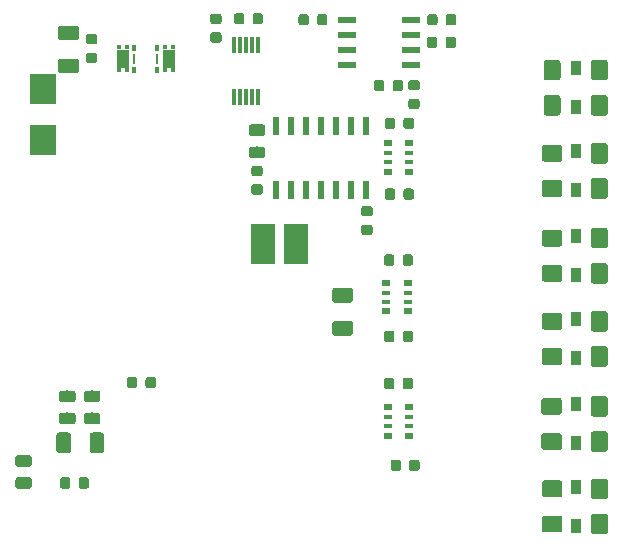
<source format=gbr>
G04 #@! TF.GenerationSoftware,KiCad,Pcbnew,(5.1.4)-1*
G04 #@! TF.CreationDate,2020-04-28T19:45:40+02:00*
G04 #@! TF.ProjectId,debounce_shield,6465626f-756e-4636-955f-736869656c64,rev?*
G04 #@! TF.SameCoordinates,Original*
G04 #@! TF.FileFunction,Paste,Top*
G04 #@! TF.FilePolarity,Positive*
%FSLAX46Y46*%
G04 Gerber Fmt 4.6, Leading zero omitted, Abs format (unit mm)*
G04 Created by KiCad (PCBNEW (5.1.4)-1) date 2020-04-28 19:45:40*
%MOMM*%
%LPD*%
G04 APERTURE LIST*
%ADD10R,1.550000X0.600000*%
%ADD11C,0.100000*%
%ADD12C,1.425000*%
%ADD13C,0.975000*%
%ADD14C,0.875000*%
%ADD15R,2.000000X3.500000*%
%ADD16R,0.900000X1.200000*%
%ADD17R,0.600000X1.500000*%
%ADD18C,1.250000*%
%ADD19R,2.300000X2.500000*%
%ADD20R,0.800000X0.500000*%
%ADD21R,0.800000X0.400000*%
%ADD22R,0.300000X1.400000*%
%ADD23R,1.050000X1.600000*%
%ADD24R,0.285000X0.920000*%
%ADD25R,0.400000X0.350000*%
%ADD26R,0.400000X0.500000*%
G04 APERTURE END LIST*
D10*
X126052600Y-79933800D03*
X126052600Y-81203800D03*
X126052600Y-82473800D03*
X126052600Y-83743800D03*
X131452600Y-83743800D03*
X131452600Y-82473800D03*
X131452600Y-81203800D03*
X131452600Y-79933800D03*
D11*
G36*
X144086504Y-121862204D02*
G01*
X144110773Y-121865804D01*
X144134571Y-121871765D01*
X144157671Y-121880030D01*
X144179849Y-121890520D01*
X144200893Y-121903133D01*
X144220598Y-121917747D01*
X144238777Y-121934223D01*
X144255253Y-121952402D01*
X144269867Y-121972107D01*
X144282480Y-121993151D01*
X144292970Y-122015329D01*
X144301235Y-122038429D01*
X144307196Y-122062227D01*
X144310796Y-122086496D01*
X144312000Y-122111000D01*
X144312000Y-123036000D01*
X144310796Y-123060504D01*
X144307196Y-123084773D01*
X144301235Y-123108571D01*
X144292970Y-123131671D01*
X144282480Y-123153849D01*
X144269867Y-123174893D01*
X144255253Y-123194598D01*
X144238777Y-123212777D01*
X144220598Y-123229253D01*
X144200893Y-123243867D01*
X144179849Y-123256480D01*
X144157671Y-123266970D01*
X144134571Y-123275235D01*
X144110773Y-123281196D01*
X144086504Y-123284796D01*
X144062000Y-123286000D01*
X142812000Y-123286000D01*
X142787496Y-123284796D01*
X142763227Y-123281196D01*
X142739429Y-123275235D01*
X142716329Y-123266970D01*
X142694151Y-123256480D01*
X142673107Y-123243867D01*
X142653402Y-123229253D01*
X142635223Y-123212777D01*
X142618747Y-123194598D01*
X142604133Y-123174893D01*
X142591520Y-123153849D01*
X142581030Y-123131671D01*
X142572765Y-123108571D01*
X142566804Y-123084773D01*
X142563204Y-123060504D01*
X142562000Y-123036000D01*
X142562000Y-122111000D01*
X142563204Y-122086496D01*
X142566804Y-122062227D01*
X142572765Y-122038429D01*
X142581030Y-122015329D01*
X142591520Y-121993151D01*
X142604133Y-121972107D01*
X142618747Y-121952402D01*
X142635223Y-121934223D01*
X142653402Y-121917747D01*
X142673107Y-121903133D01*
X142694151Y-121890520D01*
X142716329Y-121880030D01*
X142739429Y-121871765D01*
X142763227Y-121865804D01*
X142787496Y-121862204D01*
X142812000Y-121861000D01*
X144062000Y-121861000D01*
X144086504Y-121862204D01*
X144086504Y-121862204D01*
G37*
D12*
X143437000Y-122573500D03*
D11*
G36*
X144086504Y-118887204D02*
G01*
X144110773Y-118890804D01*
X144134571Y-118896765D01*
X144157671Y-118905030D01*
X144179849Y-118915520D01*
X144200893Y-118928133D01*
X144220598Y-118942747D01*
X144238777Y-118959223D01*
X144255253Y-118977402D01*
X144269867Y-118997107D01*
X144282480Y-119018151D01*
X144292970Y-119040329D01*
X144301235Y-119063429D01*
X144307196Y-119087227D01*
X144310796Y-119111496D01*
X144312000Y-119136000D01*
X144312000Y-120061000D01*
X144310796Y-120085504D01*
X144307196Y-120109773D01*
X144301235Y-120133571D01*
X144292970Y-120156671D01*
X144282480Y-120178849D01*
X144269867Y-120199893D01*
X144255253Y-120219598D01*
X144238777Y-120237777D01*
X144220598Y-120254253D01*
X144200893Y-120268867D01*
X144179849Y-120281480D01*
X144157671Y-120291970D01*
X144134571Y-120300235D01*
X144110773Y-120306196D01*
X144086504Y-120309796D01*
X144062000Y-120311000D01*
X142812000Y-120311000D01*
X142787496Y-120309796D01*
X142763227Y-120306196D01*
X142739429Y-120300235D01*
X142716329Y-120291970D01*
X142694151Y-120281480D01*
X142673107Y-120268867D01*
X142653402Y-120254253D01*
X142635223Y-120237777D01*
X142618747Y-120219598D01*
X142604133Y-120199893D01*
X142591520Y-120178849D01*
X142581030Y-120156671D01*
X142572765Y-120133571D01*
X142566804Y-120109773D01*
X142563204Y-120085504D01*
X142562000Y-120061000D01*
X142562000Y-119136000D01*
X142563204Y-119111496D01*
X142566804Y-119087227D01*
X142572765Y-119063429D01*
X142581030Y-119040329D01*
X142591520Y-119018151D01*
X142604133Y-118997107D01*
X142618747Y-118977402D01*
X142635223Y-118959223D01*
X142653402Y-118942747D01*
X142673107Y-118928133D01*
X142694151Y-118915520D01*
X142716329Y-118905030D01*
X142739429Y-118896765D01*
X142763227Y-118890804D01*
X142787496Y-118887204D01*
X142812000Y-118886000D01*
X144062000Y-118886000D01*
X144086504Y-118887204D01*
X144086504Y-118887204D01*
G37*
D12*
X143437000Y-119598500D03*
D11*
G36*
X144049504Y-111901204D02*
G01*
X144073773Y-111904804D01*
X144097571Y-111910765D01*
X144120671Y-111919030D01*
X144142849Y-111929520D01*
X144163893Y-111942133D01*
X144183598Y-111956747D01*
X144201777Y-111973223D01*
X144218253Y-111991402D01*
X144232867Y-112011107D01*
X144245480Y-112032151D01*
X144255970Y-112054329D01*
X144264235Y-112077429D01*
X144270196Y-112101227D01*
X144273796Y-112125496D01*
X144275000Y-112150000D01*
X144275000Y-113075000D01*
X144273796Y-113099504D01*
X144270196Y-113123773D01*
X144264235Y-113147571D01*
X144255970Y-113170671D01*
X144245480Y-113192849D01*
X144232867Y-113213893D01*
X144218253Y-113233598D01*
X144201777Y-113251777D01*
X144183598Y-113268253D01*
X144163893Y-113282867D01*
X144142849Y-113295480D01*
X144120671Y-113305970D01*
X144097571Y-113314235D01*
X144073773Y-113320196D01*
X144049504Y-113323796D01*
X144025000Y-113325000D01*
X142775000Y-113325000D01*
X142750496Y-113323796D01*
X142726227Y-113320196D01*
X142702429Y-113314235D01*
X142679329Y-113305970D01*
X142657151Y-113295480D01*
X142636107Y-113282867D01*
X142616402Y-113268253D01*
X142598223Y-113251777D01*
X142581747Y-113233598D01*
X142567133Y-113213893D01*
X142554520Y-113192849D01*
X142544030Y-113170671D01*
X142535765Y-113147571D01*
X142529804Y-113123773D01*
X142526204Y-113099504D01*
X142525000Y-113075000D01*
X142525000Y-112150000D01*
X142526204Y-112125496D01*
X142529804Y-112101227D01*
X142535765Y-112077429D01*
X142544030Y-112054329D01*
X142554520Y-112032151D01*
X142567133Y-112011107D01*
X142581747Y-111991402D01*
X142598223Y-111973223D01*
X142616402Y-111956747D01*
X142636107Y-111942133D01*
X142657151Y-111929520D01*
X142679329Y-111919030D01*
X142702429Y-111910765D01*
X142726227Y-111904804D01*
X142750496Y-111901204D01*
X142775000Y-111900000D01*
X144025000Y-111900000D01*
X144049504Y-111901204D01*
X144049504Y-111901204D01*
G37*
D12*
X143400000Y-112612500D03*
D11*
G36*
X144049504Y-114876204D02*
G01*
X144073773Y-114879804D01*
X144097571Y-114885765D01*
X144120671Y-114894030D01*
X144142849Y-114904520D01*
X144163893Y-114917133D01*
X144183598Y-114931747D01*
X144201777Y-114948223D01*
X144218253Y-114966402D01*
X144232867Y-114986107D01*
X144245480Y-115007151D01*
X144255970Y-115029329D01*
X144264235Y-115052429D01*
X144270196Y-115076227D01*
X144273796Y-115100496D01*
X144275000Y-115125000D01*
X144275000Y-116050000D01*
X144273796Y-116074504D01*
X144270196Y-116098773D01*
X144264235Y-116122571D01*
X144255970Y-116145671D01*
X144245480Y-116167849D01*
X144232867Y-116188893D01*
X144218253Y-116208598D01*
X144201777Y-116226777D01*
X144183598Y-116243253D01*
X144163893Y-116257867D01*
X144142849Y-116270480D01*
X144120671Y-116280970D01*
X144097571Y-116289235D01*
X144073773Y-116295196D01*
X144049504Y-116298796D01*
X144025000Y-116300000D01*
X142775000Y-116300000D01*
X142750496Y-116298796D01*
X142726227Y-116295196D01*
X142702429Y-116289235D01*
X142679329Y-116280970D01*
X142657151Y-116270480D01*
X142636107Y-116257867D01*
X142616402Y-116243253D01*
X142598223Y-116226777D01*
X142581747Y-116208598D01*
X142567133Y-116188893D01*
X142554520Y-116167849D01*
X142544030Y-116145671D01*
X142535765Y-116122571D01*
X142529804Y-116098773D01*
X142526204Y-116074504D01*
X142525000Y-116050000D01*
X142525000Y-115125000D01*
X142526204Y-115100496D01*
X142529804Y-115076227D01*
X142535765Y-115052429D01*
X142544030Y-115029329D01*
X142554520Y-115007151D01*
X142567133Y-114986107D01*
X142581747Y-114966402D01*
X142598223Y-114948223D01*
X142616402Y-114931747D01*
X142636107Y-114917133D01*
X142657151Y-114904520D01*
X142679329Y-114894030D01*
X142702429Y-114885765D01*
X142726227Y-114879804D01*
X142750496Y-114876204D01*
X142775000Y-114875000D01*
X144025000Y-114875000D01*
X144049504Y-114876204D01*
X144049504Y-114876204D01*
G37*
D12*
X143400000Y-115587500D03*
D11*
G36*
X144086504Y-107673704D02*
G01*
X144110773Y-107677304D01*
X144134571Y-107683265D01*
X144157671Y-107691530D01*
X144179849Y-107702020D01*
X144200893Y-107714633D01*
X144220598Y-107729247D01*
X144238777Y-107745723D01*
X144255253Y-107763902D01*
X144269867Y-107783607D01*
X144282480Y-107804651D01*
X144292970Y-107826829D01*
X144301235Y-107849929D01*
X144307196Y-107873727D01*
X144310796Y-107897996D01*
X144312000Y-107922500D01*
X144312000Y-108847500D01*
X144310796Y-108872004D01*
X144307196Y-108896273D01*
X144301235Y-108920071D01*
X144292970Y-108943171D01*
X144282480Y-108965349D01*
X144269867Y-108986393D01*
X144255253Y-109006098D01*
X144238777Y-109024277D01*
X144220598Y-109040753D01*
X144200893Y-109055367D01*
X144179849Y-109067980D01*
X144157671Y-109078470D01*
X144134571Y-109086735D01*
X144110773Y-109092696D01*
X144086504Y-109096296D01*
X144062000Y-109097500D01*
X142812000Y-109097500D01*
X142787496Y-109096296D01*
X142763227Y-109092696D01*
X142739429Y-109086735D01*
X142716329Y-109078470D01*
X142694151Y-109067980D01*
X142673107Y-109055367D01*
X142653402Y-109040753D01*
X142635223Y-109024277D01*
X142618747Y-109006098D01*
X142604133Y-108986393D01*
X142591520Y-108965349D01*
X142581030Y-108943171D01*
X142572765Y-108920071D01*
X142566804Y-108896273D01*
X142563204Y-108872004D01*
X142562000Y-108847500D01*
X142562000Y-107922500D01*
X142563204Y-107897996D01*
X142566804Y-107873727D01*
X142572765Y-107849929D01*
X142581030Y-107826829D01*
X142591520Y-107804651D01*
X142604133Y-107783607D01*
X142618747Y-107763902D01*
X142635223Y-107745723D01*
X142653402Y-107729247D01*
X142673107Y-107714633D01*
X142694151Y-107702020D01*
X142716329Y-107691530D01*
X142739429Y-107683265D01*
X142763227Y-107677304D01*
X142787496Y-107673704D01*
X142812000Y-107672500D01*
X144062000Y-107672500D01*
X144086504Y-107673704D01*
X144086504Y-107673704D01*
G37*
D12*
X143437000Y-108385000D03*
D11*
G36*
X144086504Y-104698704D02*
G01*
X144110773Y-104702304D01*
X144134571Y-104708265D01*
X144157671Y-104716530D01*
X144179849Y-104727020D01*
X144200893Y-104739633D01*
X144220598Y-104754247D01*
X144238777Y-104770723D01*
X144255253Y-104788902D01*
X144269867Y-104808607D01*
X144282480Y-104829651D01*
X144292970Y-104851829D01*
X144301235Y-104874929D01*
X144307196Y-104898727D01*
X144310796Y-104922996D01*
X144312000Y-104947500D01*
X144312000Y-105872500D01*
X144310796Y-105897004D01*
X144307196Y-105921273D01*
X144301235Y-105945071D01*
X144292970Y-105968171D01*
X144282480Y-105990349D01*
X144269867Y-106011393D01*
X144255253Y-106031098D01*
X144238777Y-106049277D01*
X144220598Y-106065753D01*
X144200893Y-106080367D01*
X144179849Y-106092980D01*
X144157671Y-106103470D01*
X144134571Y-106111735D01*
X144110773Y-106117696D01*
X144086504Y-106121296D01*
X144062000Y-106122500D01*
X142812000Y-106122500D01*
X142787496Y-106121296D01*
X142763227Y-106117696D01*
X142739429Y-106111735D01*
X142716329Y-106103470D01*
X142694151Y-106092980D01*
X142673107Y-106080367D01*
X142653402Y-106065753D01*
X142635223Y-106049277D01*
X142618747Y-106031098D01*
X142604133Y-106011393D01*
X142591520Y-105990349D01*
X142581030Y-105968171D01*
X142572765Y-105945071D01*
X142566804Y-105921273D01*
X142563204Y-105897004D01*
X142562000Y-105872500D01*
X142562000Y-104947500D01*
X142563204Y-104922996D01*
X142566804Y-104898727D01*
X142572765Y-104874929D01*
X142581030Y-104851829D01*
X142591520Y-104829651D01*
X142604133Y-104808607D01*
X142618747Y-104788902D01*
X142635223Y-104770723D01*
X142653402Y-104754247D01*
X142673107Y-104739633D01*
X142694151Y-104727020D01*
X142716329Y-104716530D01*
X142739429Y-104708265D01*
X142763227Y-104702304D01*
X142787496Y-104698704D01*
X142812000Y-104697500D01*
X144062000Y-104697500D01*
X144086504Y-104698704D01*
X144086504Y-104698704D01*
G37*
D12*
X143437000Y-105410000D03*
D11*
G36*
X144086504Y-97659704D02*
G01*
X144110773Y-97663304D01*
X144134571Y-97669265D01*
X144157671Y-97677530D01*
X144179849Y-97688020D01*
X144200893Y-97700633D01*
X144220598Y-97715247D01*
X144238777Y-97731723D01*
X144255253Y-97749902D01*
X144269867Y-97769607D01*
X144282480Y-97790651D01*
X144292970Y-97812829D01*
X144301235Y-97835929D01*
X144307196Y-97859727D01*
X144310796Y-97883996D01*
X144312000Y-97908500D01*
X144312000Y-98833500D01*
X144310796Y-98858004D01*
X144307196Y-98882273D01*
X144301235Y-98906071D01*
X144292970Y-98929171D01*
X144282480Y-98951349D01*
X144269867Y-98972393D01*
X144255253Y-98992098D01*
X144238777Y-99010277D01*
X144220598Y-99026753D01*
X144200893Y-99041367D01*
X144179849Y-99053980D01*
X144157671Y-99064470D01*
X144134571Y-99072735D01*
X144110773Y-99078696D01*
X144086504Y-99082296D01*
X144062000Y-99083500D01*
X142812000Y-99083500D01*
X142787496Y-99082296D01*
X142763227Y-99078696D01*
X142739429Y-99072735D01*
X142716329Y-99064470D01*
X142694151Y-99053980D01*
X142673107Y-99041367D01*
X142653402Y-99026753D01*
X142635223Y-99010277D01*
X142618747Y-98992098D01*
X142604133Y-98972393D01*
X142591520Y-98951349D01*
X142581030Y-98929171D01*
X142572765Y-98906071D01*
X142566804Y-98882273D01*
X142563204Y-98858004D01*
X142562000Y-98833500D01*
X142562000Y-97908500D01*
X142563204Y-97883996D01*
X142566804Y-97859727D01*
X142572765Y-97835929D01*
X142581030Y-97812829D01*
X142591520Y-97790651D01*
X142604133Y-97769607D01*
X142618747Y-97749902D01*
X142635223Y-97731723D01*
X142653402Y-97715247D01*
X142673107Y-97700633D01*
X142694151Y-97688020D01*
X142716329Y-97677530D01*
X142739429Y-97669265D01*
X142763227Y-97663304D01*
X142787496Y-97659704D01*
X142812000Y-97658500D01*
X144062000Y-97658500D01*
X144086504Y-97659704D01*
X144086504Y-97659704D01*
G37*
D12*
X143437000Y-98371000D03*
D11*
G36*
X144086504Y-100634704D02*
G01*
X144110773Y-100638304D01*
X144134571Y-100644265D01*
X144157671Y-100652530D01*
X144179849Y-100663020D01*
X144200893Y-100675633D01*
X144220598Y-100690247D01*
X144238777Y-100706723D01*
X144255253Y-100724902D01*
X144269867Y-100744607D01*
X144282480Y-100765651D01*
X144292970Y-100787829D01*
X144301235Y-100810929D01*
X144307196Y-100834727D01*
X144310796Y-100858996D01*
X144312000Y-100883500D01*
X144312000Y-101808500D01*
X144310796Y-101833004D01*
X144307196Y-101857273D01*
X144301235Y-101881071D01*
X144292970Y-101904171D01*
X144282480Y-101926349D01*
X144269867Y-101947393D01*
X144255253Y-101967098D01*
X144238777Y-101985277D01*
X144220598Y-102001753D01*
X144200893Y-102016367D01*
X144179849Y-102028980D01*
X144157671Y-102039470D01*
X144134571Y-102047735D01*
X144110773Y-102053696D01*
X144086504Y-102057296D01*
X144062000Y-102058500D01*
X142812000Y-102058500D01*
X142787496Y-102057296D01*
X142763227Y-102053696D01*
X142739429Y-102047735D01*
X142716329Y-102039470D01*
X142694151Y-102028980D01*
X142673107Y-102016367D01*
X142653402Y-102001753D01*
X142635223Y-101985277D01*
X142618747Y-101967098D01*
X142604133Y-101947393D01*
X142591520Y-101926349D01*
X142581030Y-101904171D01*
X142572765Y-101881071D01*
X142566804Y-101857273D01*
X142563204Y-101833004D01*
X142562000Y-101808500D01*
X142562000Y-100883500D01*
X142563204Y-100858996D01*
X142566804Y-100834727D01*
X142572765Y-100810929D01*
X142581030Y-100787829D01*
X142591520Y-100765651D01*
X142604133Y-100744607D01*
X142618747Y-100724902D01*
X142635223Y-100706723D01*
X142653402Y-100690247D01*
X142673107Y-100675633D01*
X142694151Y-100663020D01*
X142716329Y-100652530D01*
X142739429Y-100644265D01*
X142763227Y-100638304D01*
X142787496Y-100634704D01*
X142812000Y-100633500D01*
X144062000Y-100633500D01*
X144086504Y-100634704D01*
X144086504Y-100634704D01*
G37*
D12*
X143437000Y-101346000D03*
D11*
G36*
X144086504Y-93449704D02*
G01*
X144110773Y-93453304D01*
X144134571Y-93459265D01*
X144157671Y-93467530D01*
X144179849Y-93478020D01*
X144200893Y-93490633D01*
X144220598Y-93505247D01*
X144238777Y-93521723D01*
X144255253Y-93539902D01*
X144269867Y-93559607D01*
X144282480Y-93580651D01*
X144292970Y-93602829D01*
X144301235Y-93625929D01*
X144307196Y-93649727D01*
X144310796Y-93673996D01*
X144312000Y-93698500D01*
X144312000Y-94623500D01*
X144310796Y-94648004D01*
X144307196Y-94672273D01*
X144301235Y-94696071D01*
X144292970Y-94719171D01*
X144282480Y-94741349D01*
X144269867Y-94762393D01*
X144255253Y-94782098D01*
X144238777Y-94800277D01*
X144220598Y-94816753D01*
X144200893Y-94831367D01*
X144179849Y-94843980D01*
X144157671Y-94854470D01*
X144134571Y-94862735D01*
X144110773Y-94868696D01*
X144086504Y-94872296D01*
X144062000Y-94873500D01*
X142812000Y-94873500D01*
X142787496Y-94872296D01*
X142763227Y-94868696D01*
X142739429Y-94862735D01*
X142716329Y-94854470D01*
X142694151Y-94843980D01*
X142673107Y-94831367D01*
X142653402Y-94816753D01*
X142635223Y-94800277D01*
X142618747Y-94782098D01*
X142604133Y-94762393D01*
X142591520Y-94741349D01*
X142581030Y-94719171D01*
X142572765Y-94696071D01*
X142566804Y-94672273D01*
X142563204Y-94648004D01*
X142562000Y-94623500D01*
X142562000Y-93698500D01*
X142563204Y-93673996D01*
X142566804Y-93649727D01*
X142572765Y-93625929D01*
X142581030Y-93602829D01*
X142591520Y-93580651D01*
X142604133Y-93559607D01*
X142618747Y-93539902D01*
X142635223Y-93521723D01*
X142653402Y-93505247D01*
X142673107Y-93490633D01*
X142694151Y-93478020D01*
X142716329Y-93467530D01*
X142739429Y-93459265D01*
X142763227Y-93453304D01*
X142787496Y-93449704D01*
X142812000Y-93448500D01*
X144062000Y-93448500D01*
X144086504Y-93449704D01*
X144086504Y-93449704D01*
G37*
D12*
X143437000Y-94161000D03*
D11*
G36*
X144086504Y-90474704D02*
G01*
X144110773Y-90478304D01*
X144134571Y-90484265D01*
X144157671Y-90492530D01*
X144179849Y-90503020D01*
X144200893Y-90515633D01*
X144220598Y-90530247D01*
X144238777Y-90546723D01*
X144255253Y-90564902D01*
X144269867Y-90584607D01*
X144282480Y-90605651D01*
X144292970Y-90627829D01*
X144301235Y-90650929D01*
X144307196Y-90674727D01*
X144310796Y-90698996D01*
X144312000Y-90723500D01*
X144312000Y-91648500D01*
X144310796Y-91673004D01*
X144307196Y-91697273D01*
X144301235Y-91721071D01*
X144292970Y-91744171D01*
X144282480Y-91766349D01*
X144269867Y-91787393D01*
X144255253Y-91807098D01*
X144238777Y-91825277D01*
X144220598Y-91841753D01*
X144200893Y-91856367D01*
X144179849Y-91868980D01*
X144157671Y-91879470D01*
X144134571Y-91887735D01*
X144110773Y-91893696D01*
X144086504Y-91897296D01*
X144062000Y-91898500D01*
X142812000Y-91898500D01*
X142787496Y-91897296D01*
X142763227Y-91893696D01*
X142739429Y-91887735D01*
X142716329Y-91879470D01*
X142694151Y-91868980D01*
X142673107Y-91856367D01*
X142653402Y-91841753D01*
X142635223Y-91825277D01*
X142618747Y-91807098D01*
X142604133Y-91787393D01*
X142591520Y-91766349D01*
X142581030Y-91744171D01*
X142572765Y-91721071D01*
X142566804Y-91697273D01*
X142563204Y-91673004D01*
X142562000Y-91648500D01*
X142562000Y-90723500D01*
X142563204Y-90698996D01*
X142566804Y-90674727D01*
X142572765Y-90650929D01*
X142581030Y-90627829D01*
X142591520Y-90605651D01*
X142604133Y-90584607D01*
X142618747Y-90564902D01*
X142635223Y-90546723D01*
X142653402Y-90530247D01*
X142673107Y-90515633D01*
X142694151Y-90503020D01*
X142716329Y-90492530D01*
X142739429Y-90484265D01*
X142763227Y-90478304D01*
X142787496Y-90474704D01*
X142812000Y-90473500D01*
X144062000Y-90473500D01*
X144086504Y-90474704D01*
X144086504Y-90474704D01*
G37*
D12*
X143437000Y-91186000D03*
D11*
G36*
X143924004Y-83273204D02*
G01*
X143948273Y-83276804D01*
X143972071Y-83282765D01*
X143995171Y-83291030D01*
X144017349Y-83301520D01*
X144038393Y-83314133D01*
X144058098Y-83328747D01*
X144076277Y-83345223D01*
X144092753Y-83363402D01*
X144107367Y-83383107D01*
X144119980Y-83404151D01*
X144130470Y-83426329D01*
X144138735Y-83449429D01*
X144144696Y-83473227D01*
X144148296Y-83497496D01*
X144149500Y-83522000D01*
X144149500Y-84772000D01*
X144148296Y-84796504D01*
X144144696Y-84820773D01*
X144138735Y-84844571D01*
X144130470Y-84867671D01*
X144119980Y-84889849D01*
X144107367Y-84910893D01*
X144092753Y-84930598D01*
X144076277Y-84948777D01*
X144058098Y-84965253D01*
X144038393Y-84979867D01*
X144017349Y-84992480D01*
X143995171Y-85002970D01*
X143972071Y-85011235D01*
X143948273Y-85017196D01*
X143924004Y-85020796D01*
X143899500Y-85022000D01*
X142974500Y-85022000D01*
X142949996Y-85020796D01*
X142925727Y-85017196D01*
X142901929Y-85011235D01*
X142878829Y-85002970D01*
X142856651Y-84992480D01*
X142835607Y-84979867D01*
X142815902Y-84965253D01*
X142797723Y-84948777D01*
X142781247Y-84930598D01*
X142766633Y-84910893D01*
X142754020Y-84889849D01*
X142743530Y-84867671D01*
X142735265Y-84844571D01*
X142729304Y-84820773D01*
X142725704Y-84796504D01*
X142724500Y-84772000D01*
X142724500Y-83522000D01*
X142725704Y-83497496D01*
X142729304Y-83473227D01*
X142735265Y-83449429D01*
X142743530Y-83426329D01*
X142754020Y-83404151D01*
X142766633Y-83383107D01*
X142781247Y-83363402D01*
X142797723Y-83345223D01*
X142815902Y-83328747D01*
X142835607Y-83314133D01*
X142856651Y-83301520D01*
X142878829Y-83291030D01*
X142901929Y-83282765D01*
X142925727Y-83276804D01*
X142949996Y-83273204D01*
X142974500Y-83272000D01*
X143899500Y-83272000D01*
X143924004Y-83273204D01*
X143924004Y-83273204D01*
G37*
D12*
X143437000Y-84147000D03*
D11*
G36*
X143924004Y-86248204D02*
G01*
X143948273Y-86251804D01*
X143972071Y-86257765D01*
X143995171Y-86266030D01*
X144017349Y-86276520D01*
X144038393Y-86289133D01*
X144058098Y-86303747D01*
X144076277Y-86320223D01*
X144092753Y-86338402D01*
X144107367Y-86358107D01*
X144119980Y-86379151D01*
X144130470Y-86401329D01*
X144138735Y-86424429D01*
X144144696Y-86448227D01*
X144148296Y-86472496D01*
X144149500Y-86497000D01*
X144149500Y-87747000D01*
X144148296Y-87771504D01*
X144144696Y-87795773D01*
X144138735Y-87819571D01*
X144130470Y-87842671D01*
X144119980Y-87864849D01*
X144107367Y-87885893D01*
X144092753Y-87905598D01*
X144076277Y-87923777D01*
X144058098Y-87940253D01*
X144038393Y-87954867D01*
X144017349Y-87967480D01*
X143995171Y-87977970D01*
X143972071Y-87986235D01*
X143948273Y-87992196D01*
X143924004Y-87995796D01*
X143899500Y-87997000D01*
X142974500Y-87997000D01*
X142949996Y-87995796D01*
X142925727Y-87992196D01*
X142901929Y-87986235D01*
X142878829Y-87977970D01*
X142856651Y-87967480D01*
X142835607Y-87954867D01*
X142815902Y-87940253D01*
X142797723Y-87923777D01*
X142781247Y-87905598D01*
X142766633Y-87885893D01*
X142754020Y-87864849D01*
X142743530Y-87842671D01*
X142735265Y-87819571D01*
X142729304Y-87795773D01*
X142725704Y-87771504D01*
X142724500Y-87747000D01*
X142724500Y-86497000D01*
X142725704Y-86472496D01*
X142729304Y-86448227D01*
X142735265Y-86424429D01*
X142743530Y-86401329D01*
X142754020Y-86379151D01*
X142766633Y-86358107D01*
X142781247Y-86338402D01*
X142797723Y-86320223D01*
X142815902Y-86303747D01*
X142835607Y-86289133D01*
X142856651Y-86276520D01*
X142878829Y-86266030D01*
X142901929Y-86257765D01*
X142925727Y-86251804D01*
X142949996Y-86248204D01*
X142974500Y-86247000D01*
X143899500Y-86247000D01*
X143924004Y-86248204D01*
X143924004Y-86248204D01*
G37*
D12*
X143437000Y-87122000D03*
D11*
G36*
X99180142Y-116738674D02*
G01*
X99203803Y-116742184D01*
X99227007Y-116747996D01*
X99249529Y-116756054D01*
X99271153Y-116766282D01*
X99291670Y-116778579D01*
X99310883Y-116792829D01*
X99328607Y-116808893D01*
X99344671Y-116826617D01*
X99358921Y-116845830D01*
X99371218Y-116866347D01*
X99381446Y-116887971D01*
X99389504Y-116910493D01*
X99395316Y-116933697D01*
X99398826Y-116957358D01*
X99400000Y-116981250D01*
X99400000Y-117468750D01*
X99398826Y-117492642D01*
X99395316Y-117516303D01*
X99389504Y-117539507D01*
X99381446Y-117562029D01*
X99371218Y-117583653D01*
X99358921Y-117604170D01*
X99344671Y-117623383D01*
X99328607Y-117641107D01*
X99310883Y-117657171D01*
X99291670Y-117671421D01*
X99271153Y-117683718D01*
X99249529Y-117693946D01*
X99227007Y-117702004D01*
X99203803Y-117707816D01*
X99180142Y-117711326D01*
X99156250Y-117712500D01*
X98243750Y-117712500D01*
X98219858Y-117711326D01*
X98196197Y-117707816D01*
X98172993Y-117702004D01*
X98150471Y-117693946D01*
X98128847Y-117683718D01*
X98108330Y-117671421D01*
X98089117Y-117657171D01*
X98071393Y-117641107D01*
X98055329Y-117623383D01*
X98041079Y-117604170D01*
X98028782Y-117583653D01*
X98018554Y-117562029D01*
X98010496Y-117539507D01*
X98004684Y-117516303D01*
X98001174Y-117492642D01*
X98000000Y-117468750D01*
X98000000Y-116981250D01*
X98001174Y-116957358D01*
X98004684Y-116933697D01*
X98010496Y-116910493D01*
X98018554Y-116887971D01*
X98028782Y-116866347D01*
X98041079Y-116845830D01*
X98055329Y-116826617D01*
X98071393Y-116808893D01*
X98089117Y-116792829D01*
X98108330Y-116778579D01*
X98128847Y-116766282D01*
X98150471Y-116756054D01*
X98172993Y-116747996D01*
X98196197Y-116742184D01*
X98219858Y-116738674D01*
X98243750Y-116737500D01*
X99156250Y-116737500D01*
X99180142Y-116738674D01*
X99180142Y-116738674D01*
G37*
D13*
X98700000Y-117225000D03*
D11*
G36*
X99180142Y-118613674D02*
G01*
X99203803Y-118617184D01*
X99227007Y-118622996D01*
X99249529Y-118631054D01*
X99271153Y-118641282D01*
X99291670Y-118653579D01*
X99310883Y-118667829D01*
X99328607Y-118683893D01*
X99344671Y-118701617D01*
X99358921Y-118720830D01*
X99371218Y-118741347D01*
X99381446Y-118762971D01*
X99389504Y-118785493D01*
X99395316Y-118808697D01*
X99398826Y-118832358D01*
X99400000Y-118856250D01*
X99400000Y-119343750D01*
X99398826Y-119367642D01*
X99395316Y-119391303D01*
X99389504Y-119414507D01*
X99381446Y-119437029D01*
X99371218Y-119458653D01*
X99358921Y-119479170D01*
X99344671Y-119498383D01*
X99328607Y-119516107D01*
X99310883Y-119532171D01*
X99291670Y-119546421D01*
X99271153Y-119558718D01*
X99249529Y-119568946D01*
X99227007Y-119577004D01*
X99203803Y-119582816D01*
X99180142Y-119586326D01*
X99156250Y-119587500D01*
X98243750Y-119587500D01*
X98219858Y-119586326D01*
X98196197Y-119582816D01*
X98172993Y-119577004D01*
X98150471Y-119568946D01*
X98128847Y-119558718D01*
X98108330Y-119546421D01*
X98089117Y-119532171D01*
X98071393Y-119516107D01*
X98055329Y-119498383D01*
X98041079Y-119479170D01*
X98028782Y-119458653D01*
X98018554Y-119437029D01*
X98010496Y-119414507D01*
X98004684Y-119391303D01*
X98001174Y-119367642D01*
X98000000Y-119343750D01*
X98000000Y-118856250D01*
X98001174Y-118832358D01*
X98004684Y-118808697D01*
X98010496Y-118785493D01*
X98018554Y-118762971D01*
X98028782Y-118741347D01*
X98041079Y-118720830D01*
X98055329Y-118701617D01*
X98071393Y-118683893D01*
X98089117Y-118667829D01*
X98108330Y-118653579D01*
X98128847Y-118641282D01*
X98150471Y-118631054D01*
X98172993Y-118622996D01*
X98196197Y-118617184D01*
X98219858Y-118613674D01*
X98243750Y-118612500D01*
X99156250Y-118612500D01*
X99180142Y-118613674D01*
X99180142Y-118613674D01*
G37*
D13*
X98700000Y-119100000D03*
D11*
G36*
X129957891Y-88172053D02*
G01*
X129979126Y-88175203D01*
X129999950Y-88180419D01*
X130020162Y-88187651D01*
X130039568Y-88196830D01*
X130057981Y-88207866D01*
X130075224Y-88220654D01*
X130091130Y-88235070D01*
X130105546Y-88250976D01*
X130118334Y-88268219D01*
X130129370Y-88286632D01*
X130138549Y-88306038D01*
X130145781Y-88326250D01*
X130150997Y-88347074D01*
X130154147Y-88368309D01*
X130155200Y-88389750D01*
X130155200Y-88902250D01*
X130154147Y-88923691D01*
X130150997Y-88944926D01*
X130145781Y-88965750D01*
X130138549Y-88985962D01*
X130129370Y-89005368D01*
X130118334Y-89023781D01*
X130105546Y-89041024D01*
X130091130Y-89056930D01*
X130075224Y-89071346D01*
X130057981Y-89084134D01*
X130039568Y-89095170D01*
X130020162Y-89104349D01*
X129999950Y-89111581D01*
X129979126Y-89116797D01*
X129957891Y-89119947D01*
X129936450Y-89121000D01*
X129498950Y-89121000D01*
X129477509Y-89119947D01*
X129456274Y-89116797D01*
X129435450Y-89111581D01*
X129415238Y-89104349D01*
X129395832Y-89095170D01*
X129377419Y-89084134D01*
X129360176Y-89071346D01*
X129344270Y-89056930D01*
X129329854Y-89041024D01*
X129317066Y-89023781D01*
X129306030Y-89005368D01*
X129296851Y-88985962D01*
X129289619Y-88965750D01*
X129284403Y-88944926D01*
X129281253Y-88923691D01*
X129280200Y-88902250D01*
X129280200Y-88389750D01*
X129281253Y-88368309D01*
X129284403Y-88347074D01*
X129289619Y-88326250D01*
X129296851Y-88306038D01*
X129306030Y-88286632D01*
X129317066Y-88268219D01*
X129329854Y-88250976D01*
X129344270Y-88235070D01*
X129360176Y-88220654D01*
X129377419Y-88207866D01*
X129395832Y-88196830D01*
X129415238Y-88187651D01*
X129435450Y-88180419D01*
X129456274Y-88175203D01*
X129477509Y-88172053D01*
X129498950Y-88171000D01*
X129936450Y-88171000D01*
X129957891Y-88172053D01*
X129957891Y-88172053D01*
G37*
D14*
X129717700Y-88646000D03*
D11*
G36*
X131532891Y-88172053D02*
G01*
X131554126Y-88175203D01*
X131574950Y-88180419D01*
X131595162Y-88187651D01*
X131614568Y-88196830D01*
X131632981Y-88207866D01*
X131650224Y-88220654D01*
X131666130Y-88235070D01*
X131680546Y-88250976D01*
X131693334Y-88268219D01*
X131704370Y-88286632D01*
X131713549Y-88306038D01*
X131720781Y-88326250D01*
X131725997Y-88347074D01*
X131729147Y-88368309D01*
X131730200Y-88389750D01*
X131730200Y-88902250D01*
X131729147Y-88923691D01*
X131725997Y-88944926D01*
X131720781Y-88965750D01*
X131713549Y-88985962D01*
X131704370Y-89005368D01*
X131693334Y-89023781D01*
X131680546Y-89041024D01*
X131666130Y-89056930D01*
X131650224Y-89071346D01*
X131632981Y-89084134D01*
X131614568Y-89095170D01*
X131595162Y-89104349D01*
X131574950Y-89111581D01*
X131554126Y-89116797D01*
X131532891Y-89119947D01*
X131511450Y-89121000D01*
X131073950Y-89121000D01*
X131052509Y-89119947D01*
X131031274Y-89116797D01*
X131010450Y-89111581D01*
X130990238Y-89104349D01*
X130970832Y-89095170D01*
X130952419Y-89084134D01*
X130935176Y-89071346D01*
X130919270Y-89056930D01*
X130904854Y-89041024D01*
X130892066Y-89023781D01*
X130881030Y-89005368D01*
X130871851Y-88985962D01*
X130864619Y-88965750D01*
X130859403Y-88944926D01*
X130856253Y-88923691D01*
X130855200Y-88902250D01*
X130855200Y-88389750D01*
X130856253Y-88368309D01*
X130859403Y-88347074D01*
X130864619Y-88326250D01*
X130871851Y-88306038D01*
X130881030Y-88286632D01*
X130892066Y-88268219D01*
X130904854Y-88250976D01*
X130919270Y-88235070D01*
X130935176Y-88220654D01*
X130952419Y-88207866D01*
X130970832Y-88196830D01*
X130990238Y-88187651D01*
X131010450Y-88180419D01*
X131031274Y-88175203D01*
X131052509Y-88172053D01*
X131073950Y-88171000D01*
X131511450Y-88171000D01*
X131532891Y-88172053D01*
X131532891Y-88172053D01*
G37*
D14*
X131292700Y-88646000D03*
D11*
G36*
X129877891Y-99751253D02*
G01*
X129899126Y-99754403D01*
X129919950Y-99759619D01*
X129940162Y-99766851D01*
X129959568Y-99776030D01*
X129977981Y-99787066D01*
X129995224Y-99799854D01*
X130011130Y-99814270D01*
X130025546Y-99830176D01*
X130038334Y-99847419D01*
X130049370Y-99865832D01*
X130058549Y-99885238D01*
X130065781Y-99905450D01*
X130070997Y-99926274D01*
X130074147Y-99947509D01*
X130075200Y-99968950D01*
X130075200Y-100481450D01*
X130074147Y-100502891D01*
X130070997Y-100524126D01*
X130065781Y-100544950D01*
X130058549Y-100565162D01*
X130049370Y-100584568D01*
X130038334Y-100602981D01*
X130025546Y-100620224D01*
X130011130Y-100636130D01*
X129995224Y-100650546D01*
X129977981Y-100663334D01*
X129959568Y-100674370D01*
X129940162Y-100683549D01*
X129919950Y-100690781D01*
X129899126Y-100695997D01*
X129877891Y-100699147D01*
X129856450Y-100700200D01*
X129418950Y-100700200D01*
X129397509Y-100699147D01*
X129376274Y-100695997D01*
X129355450Y-100690781D01*
X129335238Y-100683549D01*
X129315832Y-100674370D01*
X129297419Y-100663334D01*
X129280176Y-100650546D01*
X129264270Y-100636130D01*
X129249854Y-100620224D01*
X129237066Y-100602981D01*
X129226030Y-100584568D01*
X129216851Y-100565162D01*
X129209619Y-100544950D01*
X129204403Y-100524126D01*
X129201253Y-100502891D01*
X129200200Y-100481450D01*
X129200200Y-99968950D01*
X129201253Y-99947509D01*
X129204403Y-99926274D01*
X129209619Y-99905450D01*
X129216851Y-99885238D01*
X129226030Y-99865832D01*
X129237066Y-99847419D01*
X129249854Y-99830176D01*
X129264270Y-99814270D01*
X129280176Y-99799854D01*
X129297419Y-99787066D01*
X129315832Y-99776030D01*
X129335238Y-99766851D01*
X129355450Y-99759619D01*
X129376274Y-99754403D01*
X129397509Y-99751253D01*
X129418950Y-99750200D01*
X129856450Y-99750200D01*
X129877891Y-99751253D01*
X129877891Y-99751253D01*
G37*
D14*
X129637700Y-100225200D03*
D11*
G36*
X131452891Y-99751253D02*
G01*
X131474126Y-99754403D01*
X131494950Y-99759619D01*
X131515162Y-99766851D01*
X131534568Y-99776030D01*
X131552981Y-99787066D01*
X131570224Y-99799854D01*
X131586130Y-99814270D01*
X131600546Y-99830176D01*
X131613334Y-99847419D01*
X131624370Y-99865832D01*
X131633549Y-99885238D01*
X131640781Y-99905450D01*
X131645997Y-99926274D01*
X131649147Y-99947509D01*
X131650200Y-99968950D01*
X131650200Y-100481450D01*
X131649147Y-100502891D01*
X131645997Y-100524126D01*
X131640781Y-100544950D01*
X131633549Y-100565162D01*
X131624370Y-100584568D01*
X131613334Y-100602981D01*
X131600546Y-100620224D01*
X131586130Y-100636130D01*
X131570224Y-100650546D01*
X131552981Y-100663334D01*
X131534568Y-100674370D01*
X131515162Y-100683549D01*
X131494950Y-100690781D01*
X131474126Y-100695997D01*
X131452891Y-100699147D01*
X131431450Y-100700200D01*
X130993950Y-100700200D01*
X130972509Y-100699147D01*
X130951274Y-100695997D01*
X130930450Y-100690781D01*
X130910238Y-100683549D01*
X130890832Y-100674370D01*
X130872419Y-100663334D01*
X130855176Y-100650546D01*
X130839270Y-100636130D01*
X130824854Y-100620224D01*
X130812066Y-100602981D01*
X130801030Y-100584568D01*
X130791851Y-100565162D01*
X130784619Y-100544950D01*
X130779403Y-100524126D01*
X130776253Y-100502891D01*
X130775200Y-100481450D01*
X130775200Y-99968950D01*
X130776253Y-99947509D01*
X130779403Y-99926274D01*
X130784619Y-99905450D01*
X130791851Y-99885238D01*
X130801030Y-99865832D01*
X130812066Y-99847419D01*
X130824854Y-99830176D01*
X130839270Y-99814270D01*
X130855176Y-99799854D01*
X130872419Y-99787066D01*
X130890832Y-99776030D01*
X130910238Y-99766851D01*
X130930450Y-99759619D01*
X130951274Y-99754403D01*
X130972509Y-99751253D01*
X130993950Y-99750200D01*
X131431450Y-99750200D01*
X131452891Y-99751253D01*
X131452891Y-99751253D01*
G37*
D14*
X131212700Y-100225200D03*
D11*
G36*
X129877891Y-110203653D02*
G01*
X129899126Y-110206803D01*
X129919950Y-110212019D01*
X129940162Y-110219251D01*
X129959568Y-110228430D01*
X129977981Y-110239466D01*
X129995224Y-110252254D01*
X130011130Y-110266670D01*
X130025546Y-110282576D01*
X130038334Y-110299819D01*
X130049370Y-110318232D01*
X130058549Y-110337638D01*
X130065781Y-110357850D01*
X130070997Y-110378674D01*
X130074147Y-110399909D01*
X130075200Y-110421350D01*
X130075200Y-110933850D01*
X130074147Y-110955291D01*
X130070997Y-110976526D01*
X130065781Y-110997350D01*
X130058549Y-111017562D01*
X130049370Y-111036968D01*
X130038334Y-111055381D01*
X130025546Y-111072624D01*
X130011130Y-111088530D01*
X129995224Y-111102946D01*
X129977981Y-111115734D01*
X129959568Y-111126770D01*
X129940162Y-111135949D01*
X129919950Y-111143181D01*
X129899126Y-111148397D01*
X129877891Y-111151547D01*
X129856450Y-111152600D01*
X129418950Y-111152600D01*
X129397509Y-111151547D01*
X129376274Y-111148397D01*
X129355450Y-111143181D01*
X129335238Y-111135949D01*
X129315832Y-111126770D01*
X129297419Y-111115734D01*
X129280176Y-111102946D01*
X129264270Y-111088530D01*
X129249854Y-111072624D01*
X129237066Y-111055381D01*
X129226030Y-111036968D01*
X129216851Y-111017562D01*
X129209619Y-110997350D01*
X129204403Y-110976526D01*
X129201253Y-110955291D01*
X129200200Y-110933850D01*
X129200200Y-110421350D01*
X129201253Y-110399909D01*
X129204403Y-110378674D01*
X129209619Y-110357850D01*
X129216851Y-110337638D01*
X129226030Y-110318232D01*
X129237066Y-110299819D01*
X129249854Y-110282576D01*
X129264270Y-110266670D01*
X129280176Y-110252254D01*
X129297419Y-110239466D01*
X129315832Y-110228430D01*
X129335238Y-110219251D01*
X129355450Y-110212019D01*
X129376274Y-110206803D01*
X129397509Y-110203653D01*
X129418950Y-110202600D01*
X129856450Y-110202600D01*
X129877891Y-110203653D01*
X129877891Y-110203653D01*
G37*
D14*
X129637700Y-110677600D03*
D11*
G36*
X131452891Y-110203653D02*
G01*
X131474126Y-110206803D01*
X131494950Y-110212019D01*
X131515162Y-110219251D01*
X131534568Y-110228430D01*
X131552981Y-110239466D01*
X131570224Y-110252254D01*
X131586130Y-110266670D01*
X131600546Y-110282576D01*
X131613334Y-110299819D01*
X131624370Y-110318232D01*
X131633549Y-110337638D01*
X131640781Y-110357850D01*
X131645997Y-110378674D01*
X131649147Y-110399909D01*
X131650200Y-110421350D01*
X131650200Y-110933850D01*
X131649147Y-110955291D01*
X131645997Y-110976526D01*
X131640781Y-110997350D01*
X131633549Y-111017562D01*
X131624370Y-111036968D01*
X131613334Y-111055381D01*
X131600546Y-111072624D01*
X131586130Y-111088530D01*
X131570224Y-111102946D01*
X131552981Y-111115734D01*
X131534568Y-111126770D01*
X131515162Y-111135949D01*
X131494950Y-111143181D01*
X131474126Y-111148397D01*
X131452891Y-111151547D01*
X131431450Y-111152600D01*
X130993950Y-111152600D01*
X130972509Y-111151547D01*
X130951274Y-111148397D01*
X130930450Y-111143181D01*
X130910238Y-111135949D01*
X130890832Y-111126770D01*
X130872419Y-111115734D01*
X130855176Y-111102946D01*
X130839270Y-111088530D01*
X130824854Y-111072624D01*
X130812066Y-111055381D01*
X130801030Y-111036968D01*
X130791851Y-111017562D01*
X130784619Y-110997350D01*
X130779403Y-110976526D01*
X130776253Y-110955291D01*
X130775200Y-110933850D01*
X130775200Y-110421350D01*
X130776253Y-110399909D01*
X130779403Y-110378674D01*
X130784619Y-110357850D01*
X130791851Y-110337638D01*
X130801030Y-110318232D01*
X130812066Y-110299819D01*
X130824854Y-110282576D01*
X130839270Y-110266670D01*
X130855176Y-110252254D01*
X130872419Y-110239466D01*
X130890832Y-110228430D01*
X130910238Y-110219251D01*
X130930450Y-110212019D01*
X130951274Y-110206803D01*
X130972509Y-110203653D01*
X130993950Y-110202600D01*
X131431450Y-110202600D01*
X131452891Y-110203653D01*
X131452891Y-110203653D01*
G37*
D14*
X131212700Y-110677600D03*
D11*
G36*
X130440191Y-117126053D02*
G01*
X130461426Y-117129203D01*
X130482250Y-117134419D01*
X130502462Y-117141651D01*
X130521868Y-117150830D01*
X130540281Y-117161866D01*
X130557524Y-117174654D01*
X130573430Y-117189070D01*
X130587846Y-117204976D01*
X130600634Y-117222219D01*
X130611670Y-117240632D01*
X130620849Y-117260038D01*
X130628081Y-117280250D01*
X130633297Y-117301074D01*
X130636447Y-117322309D01*
X130637500Y-117343750D01*
X130637500Y-117856250D01*
X130636447Y-117877691D01*
X130633297Y-117898926D01*
X130628081Y-117919750D01*
X130620849Y-117939962D01*
X130611670Y-117959368D01*
X130600634Y-117977781D01*
X130587846Y-117995024D01*
X130573430Y-118010930D01*
X130557524Y-118025346D01*
X130540281Y-118038134D01*
X130521868Y-118049170D01*
X130502462Y-118058349D01*
X130482250Y-118065581D01*
X130461426Y-118070797D01*
X130440191Y-118073947D01*
X130418750Y-118075000D01*
X129981250Y-118075000D01*
X129959809Y-118073947D01*
X129938574Y-118070797D01*
X129917750Y-118065581D01*
X129897538Y-118058349D01*
X129878132Y-118049170D01*
X129859719Y-118038134D01*
X129842476Y-118025346D01*
X129826570Y-118010930D01*
X129812154Y-117995024D01*
X129799366Y-117977781D01*
X129788330Y-117959368D01*
X129779151Y-117939962D01*
X129771919Y-117919750D01*
X129766703Y-117898926D01*
X129763553Y-117877691D01*
X129762500Y-117856250D01*
X129762500Y-117343750D01*
X129763553Y-117322309D01*
X129766703Y-117301074D01*
X129771919Y-117280250D01*
X129779151Y-117260038D01*
X129788330Y-117240632D01*
X129799366Y-117222219D01*
X129812154Y-117204976D01*
X129826570Y-117189070D01*
X129842476Y-117174654D01*
X129859719Y-117161866D01*
X129878132Y-117150830D01*
X129897538Y-117141651D01*
X129917750Y-117134419D01*
X129938574Y-117129203D01*
X129959809Y-117126053D01*
X129981250Y-117125000D01*
X130418750Y-117125000D01*
X130440191Y-117126053D01*
X130440191Y-117126053D01*
G37*
D14*
X130200000Y-117600000D03*
D11*
G36*
X132015191Y-117126053D02*
G01*
X132036426Y-117129203D01*
X132057250Y-117134419D01*
X132077462Y-117141651D01*
X132096868Y-117150830D01*
X132115281Y-117161866D01*
X132132524Y-117174654D01*
X132148430Y-117189070D01*
X132162846Y-117204976D01*
X132175634Y-117222219D01*
X132186670Y-117240632D01*
X132195849Y-117260038D01*
X132203081Y-117280250D01*
X132208297Y-117301074D01*
X132211447Y-117322309D01*
X132212500Y-117343750D01*
X132212500Y-117856250D01*
X132211447Y-117877691D01*
X132208297Y-117898926D01*
X132203081Y-117919750D01*
X132195849Y-117939962D01*
X132186670Y-117959368D01*
X132175634Y-117977781D01*
X132162846Y-117995024D01*
X132148430Y-118010930D01*
X132132524Y-118025346D01*
X132115281Y-118038134D01*
X132096868Y-118049170D01*
X132077462Y-118058349D01*
X132057250Y-118065581D01*
X132036426Y-118070797D01*
X132015191Y-118073947D01*
X131993750Y-118075000D01*
X131556250Y-118075000D01*
X131534809Y-118073947D01*
X131513574Y-118070797D01*
X131492750Y-118065581D01*
X131472538Y-118058349D01*
X131453132Y-118049170D01*
X131434719Y-118038134D01*
X131417476Y-118025346D01*
X131401570Y-118010930D01*
X131387154Y-117995024D01*
X131374366Y-117977781D01*
X131363330Y-117959368D01*
X131354151Y-117939962D01*
X131346919Y-117919750D01*
X131341703Y-117898926D01*
X131338553Y-117877691D01*
X131337500Y-117856250D01*
X131337500Y-117343750D01*
X131338553Y-117322309D01*
X131341703Y-117301074D01*
X131346919Y-117280250D01*
X131354151Y-117260038D01*
X131363330Y-117240632D01*
X131374366Y-117222219D01*
X131387154Y-117204976D01*
X131401570Y-117189070D01*
X131417476Y-117174654D01*
X131434719Y-117161866D01*
X131453132Y-117150830D01*
X131472538Y-117141651D01*
X131492750Y-117134419D01*
X131513574Y-117129203D01*
X131534809Y-117126053D01*
X131556250Y-117125000D01*
X131993750Y-117125000D01*
X132015191Y-117126053D01*
X132015191Y-117126053D01*
G37*
D14*
X131775000Y-117600000D03*
D11*
G36*
X133540191Y-79408553D02*
G01*
X133561426Y-79411703D01*
X133582250Y-79416919D01*
X133602462Y-79424151D01*
X133621868Y-79433330D01*
X133640281Y-79444366D01*
X133657524Y-79457154D01*
X133673430Y-79471570D01*
X133687846Y-79487476D01*
X133700634Y-79504719D01*
X133711670Y-79523132D01*
X133720849Y-79542538D01*
X133728081Y-79562750D01*
X133733297Y-79583574D01*
X133736447Y-79604809D01*
X133737500Y-79626250D01*
X133737500Y-80138750D01*
X133736447Y-80160191D01*
X133733297Y-80181426D01*
X133728081Y-80202250D01*
X133720849Y-80222462D01*
X133711670Y-80241868D01*
X133700634Y-80260281D01*
X133687846Y-80277524D01*
X133673430Y-80293430D01*
X133657524Y-80307846D01*
X133640281Y-80320634D01*
X133621868Y-80331670D01*
X133602462Y-80340849D01*
X133582250Y-80348081D01*
X133561426Y-80353297D01*
X133540191Y-80356447D01*
X133518750Y-80357500D01*
X133081250Y-80357500D01*
X133059809Y-80356447D01*
X133038574Y-80353297D01*
X133017750Y-80348081D01*
X132997538Y-80340849D01*
X132978132Y-80331670D01*
X132959719Y-80320634D01*
X132942476Y-80307846D01*
X132926570Y-80293430D01*
X132912154Y-80277524D01*
X132899366Y-80260281D01*
X132888330Y-80241868D01*
X132879151Y-80222462D01*
X132871919Y-80202250D01*
X132866703Y-80181426D01*
X132863553Y-80160191D01*
X132862500Y-80138750D01*
X132862500Y-79626250D01*
X132863553Y-79604809D01*
X132866703Y-79583574D01*
X132871919Y-79562750D01*
X132879151Y-79542538D01*
X132888330Y-79523132D01*
X132899366Y-79504719D01*
X132912154Y-79487476D01*
X132926570Y-79471570D01*
X132942476Y-79457154D01*
X132959719Y-79444366D01*
X132978132Y-79433330D01*
X132997538Y-79424151D01*
X133017750Y-79416919D01*
X133038574Y-79411703D01*
X133059809Y-79408553D01*
X133081250Y-79407500D01*
X133518750Y-79407500D01*
X133540191Y-79408553D01*
X133540191Y-79408553D01*
G37*
D14*
X133300000Y-79882500D03*
D11*
G36*
X135115191Y-79408553D02*
G01*
X135136426Y-79411703D01*
X135157250Y-79416919D01*
X135177462Y-79424151D01*
X135196868Y-79433330D01*
X135215281Y-79444366D01*
X135232524Y-79457154D01*
X135248430Y-79471570D01*
X135262846Y-79487476D01*
X135275634Y-79504719D01*
X135286670Y-79523132D01*
X135295849Y-79542538D01*
X135303081Y-79562750D01*
X135308297Y-79583574D01*
X135311447Y-79604809D01*
X135312500Y-79626250D01*
X135312500Y-80138750D01*
X135311447Y-80160191D01*
X135308297Y-80181426D01*
X135303081Y-80202250D01*
X135295849Y-80222462D01*
X135286670Y-80241868D01*
X135275634Y-80260281D01*
X135262846Y-80277524D01*
X135248430Y-80293430D01*
X135232524Y-80307846D01*
X135215281Y-80320634D01*
X135196868Y-80331670D01*
X135177462Y-80340849D01*
X135157250Y-80348081D01*
X135136426Y-80353297D01*
X135115191Y-80356447D01*
X135093750Y-80357500D01*
X134656250Y-80357500D01*
X134634809Y-80356447D01*
X134613574Y-80353297D01*
X134592750Y-80348081D01*
X134572538Y-80340849D01*
X134553132Y-80331670D01*
X134534719Y-80320634D01*
X134517476Y-80307846D01*
X134501570Y-80293430D01*
X134487154Y-80277524D01*
X134474366Y-80260281D01*
X134463330Y-80241868D01*
X134454151Y-80222462D01*
X134446919Y-80202250D01*
X134441703Y-80181426D01*
X134438553Y-80160191D01*
X134437500Y-80138750D01*
X134437500Y-79626250D01*
X134438553Y-79604809D01*
X134441703Y-79583574D01*
X134446919Y-79562750D01*
X134454151Y-79542538D01*
X134463330Y-79523132D01*
X134474366Y-79504719D01*
X134487154Y-79487476D01*
X134501570Y-79471570D01*
X134517476Y-79457154D01*
X134534719Y-79444366D01*
X134553132Y-79433330D01*
X134572538Y-79424151D01*
X134592750Y-79416919D01*
X134613574Y-79411703D01*
X134634809Y-79408553D01*
X134656250Y-79407500D01*
X135093750Y-79407500D01*
X135115191Y-79408553D01*
X135115191Y-79408553D01*
G37*
D14*
X134875000Y-79882500D03*
D11*
G36*
X128039691Y-97226653D02*
G01*
X128060926Y-97229803D01*
X128081750Y-97235019D01*
X128101962Y-97242251D01*
X128121368Y-97251430D01*
X128139781Y-97262466D01*
X128157024Y-97275254D01*
X128172930Y-97289670D01*
X128187346Y-97305576D01*
X128200134Y-97322819D01*
X128211170Y-97341232D01*
X128220349Y-97360638D01*
X128227581Y-97380850D01*
X128232797Y-97401674D01*
X128235947Y-97422909D01*
X128237000Y-97444350D01*
X128237000Y-97881850D01*
X128235947Y-97903291D01*
X128232797Y-97924526D01*
X128227581Y-97945350D01*
X128220349Y-97965562D01*
X128211170Y-97984968D01*
X128200134Y-98003381D01*
X128187346Y-98020624D01*
X128172930Y-98036530D01*
X128157024Y-98050946D01*
X128139781Y-98063734D01*
X128121368Y-98074770D01*
X128101962Y-98083949D01*
X128081750Y-98091181D01*
X128060926Y-98096397D01*
X128039691Y-98099547D01*
X128018250Y-98100600D01*
X127505750Y-98100600D01*
X127484309Y-98099547D01*
X127463074Y-98096397D01*
X127442250Y-98091181D01*
X127422038Y-98083949D01*
X127402632Y-98074770D01*
X127384219Y-98063734D01*
X127366976Y-98050946D01*
X127351070Y-98036530D01*
X127336654Y-98020624D01*
X127323866Y-98003381D01*
X127312830Y-97984968D01*
X127303651Y-97965562D01*
X127296419Y-97945350D01*
X127291203Y-97924526D01*
X127288053Y-97903291D01*
X127287000Y-97881850D01*
X127287000Y-97444350D01*
X127288053Y-97422909D01*
X127291203Y-97401674D01*
X127296419Y-97380850D01*
X127303651Y-97360638D01*
X127312830Y-97341232D01*
X127323866Y-97322819D01*
X127336654Y-97305576D01*
X127351070Y-97289670D01*
X127366976Y-97275254D01*
X127384219Y-97262466D01*
X127402632Y-97251430D01*
X127422038Y-97242251D01*
X127442250Y-97235019D01*
X127463074Y-97229803D01*
X127484309Y-97226653D01*
X127505750Y-97225600D01*
X128018250Y-97225600D01*
X128039691Y-97226653D01*
X128039691Y-97226653D01*
G37*
D14*
X127762000Y-97663100D03*
D11*
G36*
X128039691Y-95651653D02*
G01*
X128060926Y-95654803D01*
X128081750Y-95660019D01*
X128101962Y-95667251D01*
X128121368Y-95676430D01*
X128139781Y-95687466D01*
X128157024Y-95700254D01*
X128172930Y-95714670D01*
X128187346Y-95730576D01*
X128200134Y-95747819D01*
X128211170Y-95766232D01*
X128220349Y-95785638D01*
X128227581Y-95805850D01*
X128232797Y-95826674D01*
X128235947Y-95847909D01*
X128237000Y-95869350D01*
X128237000Y-96306850D01*
X128235947Y-96328291D01*
X128232797Y-96349526D01*
X128227581Y-96370350D01*
X128220349Y-96390562D01*
X128211170Y-96409968D01*
X128200134Y-96428381D01*
X128187346Y-96445624D01*
X128172930Y-96461530D01*
X128157024Y-96475946D01*
X128139781Y-96488734D01*
X128121368Y-96499770D01*
X128101962Y-96508949D01*
X128081750Y-96516181D01*
X128060926Y-96521397D01*
X128039691Y-96524547D01*
X128018250Y-96525600D01*
X127505750Y-96525600D01*
X127484309Y-96524547D01*
X127463074Y-96521397D01*
X127442250Y-96516181D01*
X127422038Y-96508949D01*
X127402632Y-96499770D01*
X127384219Y-96488734D01*
X127366976Y-96475946D01*
X127351070Y-96461530D01*
X127336654Y-96445624D01*
X127323866Y-96428381D01*
X127312830Y-96409968D01*
X127303651Y-96390562D01*
X127296419Y-96370350D01*
X127291203Y-96349526D01*
X127288053Y-96328291D01*
X127287000Y-96306850D01*
X127287000Y-95869350D01*
X127288053Y-95847909D01*
X127291203Y-95826674D01*
X127296419Y-95805850D01*
X127303651Y-95785638D01*
X127312830Y-95766232D01*
X127323866Y-95747819D01*
X127336654Y-95730576D01*
X127351070Y-95714670D01*
X127366976Y-95700254D01*
X127384219Y-95687466D01*
X127402632Y-95676430D01*
X127422038Y-95667251D01*
X127442250Y-95660019D01*
X127463074Y-95654803D01*
X127484309Y-95651653D01*
X127505750Y-95650600D01*
X128018250Y-95650600D01*
X128039691Y-95651653D01*
X128039691Y-95651653D01*
G37*
D14*
X127762000Y-96088100D03*
D11*
G36*
X122642691Y-79409053D02*
G01*
X122663926Y-79412203D01*
X122684750Y-79417419D01*
X122704962Y-79424651D01*
X122724368Y-79433830D01*
X122742781Y-79444866D01*
X122760024Y-79457654D01*
X122775930Y-79472070D01*
X122790346Y-79487976D01*
X122803134Y-79505219D01*
X122814170Y-79523632D01*
X122823349Y-79543038D01*
X122830581Y-79563250D01*
X122835797Y-79584074D01*
X122838947Y-79605309D01*
X122840000Y-79626750D01*
X122840000Y-80139250D01*
X122838947Y-80160691D01*
X122835797Y-80181926D01*
X122830581Y-80202750D01*
X122823349Y-80222962D01*
X122814170Y-80242368D01*
X122803134Y-80260781D01*
X122790346Y-80278024D01*
X122775930Y-80293930D01*
X122760024Y-80308346D01*
X122742781Y-80321134D01*
X122724368Y-80332170D01*
X122704962Y-80341349D01*
X122684750Y-80348581D01*
X122663926Y-80353797D01*
X122642691Y-80356947D01*
X122621250Y-80358000D01*
X122183750Y-80358000D01*
X122162309Y-80356947D01*
X122141074Y-80353797D01*
X122120250Y-80348581D01*
X122100038Y-80341349D01*
X122080632Y-80332170D01*
X122062219Y-80321134D01*
X122044976Y-80308346D01*
X122029070Y-80293930D01*
X122014654Y-80278024D01*
X122001866Y-80260781D01*
X121990830Y-80242368D01*
X121981651Y-80222962D01*
X121974419Y-80202750D01*
X121969203Y-80181926D01*
X121966053Y-80160691D01*
X121965000Y-80139250D01*
X121965000Y-79626750D01*
X121966053Y-79605309D01*
X121969203Y-79584074D01*
X121974419Y-79563250D01*
X121981651Y-79543038D01*
X121990830Y-79523632D01*
X122001866Y-79505219D01*
X122014654Y-79487976D01*
X122029070Y-79472070D01*
X122044976Y-79457654D01*
X122062219Y-79444866D01*
X122080632Y-79433830D01*
X122100038Y-79424651D01*
X122120250Y-79417419D01*
X122141074Y-79412203D01*
X122162309Y-79409053D01*
X122183750Y-79408000D01*
X122621250Y-79408000D01*
X122642691Y-79409053D01*
X122642691Y-79409053D01*
G37*
D14*
X122402500Y-79883000D03*
D11*
G36*
X124217691Y-79409053D02*
G01*
X124238926Y-79412203D01*
X124259750Y-79417419D01*
X124279962Y-79424651D01*
X124299368Y-79433830D01*
X124317781Y-79444866D01*
X124335024Y-79457654D01*
X124350930Y-79472070D01*
X124365346Y-79487976D01*
X124378134Y-79505219D01*
X124389170Y-79523632D01*
X124398349Y-79543038D01*
X124405581Y-79563250D01*
X124410797Y-79584074D01*
X124413947Y-79605309D01*
X124415000Y-79626750D01*
X124415000Y-80139250D01*
X124413947Y-80160691D01*
X124410797Y-80181926D01*
X124405581Y-80202750D01*
X124398349Y-80222962D01*
X124389170Y-80242368D01*
X124378134Y-80260781D01*
X124365346Y-80278024D01*
X124350930Y-80293930D01*
X124335024Y-80308346D01*
X124317781Y-80321134D01*
X124299368Y-80332170D01*
X124279962Y-80341349D01*
X124259750Y-80348581D01*
X124238926Y-80353797D01*
X124217691Y-80356947D01*
X124196250Y-80358000D01*
X123758750Y-80358000D01*
X123737309Y-80356947D01*
X123716074Y-80353797D01*
X123695250Y-80348581D01*
X123675038Y-80341349D01*
X123655632Y-80332170D01*
X123637219Y-80321134D01*
X123619976Y-80308346D01*
X123604070Y-80293930D01*
X123589654Y-80278024D01*
X123576866Y-80260781D01*
X123565830Y-80242368D01*
X123556651Y-80222962D01*
X123549419Y-80202750D01*
X123544203Y-80181926D01*
X123541053Y-80160691D01*
X123540000Y-80139250D01*
X123540000Y-79626750D01*
X123541053Y-79605309D01*
X123544203Y-79584074D01*
X123549419Y-79563250D01*
X123556651Y-79543038D01*
X123565830Y-79523632D01*
X123576866Y-79505219D01*
X123589654Y-79487976D01*
X123604070Y-79472070D01*
X123619976Y-79457654D01*
X123637219Y-79444866D01*
X123655632Y-79433830D01*
X123675038Y-79424651D01*
X123695250Y-79417419D01*
X123716074Y-79412203D01*
X123737309Y-79409053D01*
X123758750Y-79408000D01*
X124196250Y-79408000D01*
X124217691Y-79409053D01*
X124217691Y-79409053D01*
G37*
D14*
X123977500Y-79883000D03*
D11*
G36*
X135090191Y-81326053D02*
G01*
X135111426Y-81329203D01*
X135132250Y-81334419D01*
X135152462Y-81341651D01*
X135171868Y-81350830D01*
X135190281Y-81361866D01*
X135207524Y-81374654D01*
X135223430Y-81389070D01*
X135237846Y-81404976D01*
X135250634Y-81422219D01*
X135261670Y-81440632D01*
X135270849Y-81460038D01*
X135278081Y-81480250D01*
X135283297Y-81501074D01*
X135286447Y-81522309D01*
X135287500Y-81543750D01*
X135287500Y-82056250D01*
X135286447Y-82077691D01*
X135283297Y-82098926D01*
X135278081Y-82119750D01*
X135270849Y-82139962D01*
X135261670Y-82159368D01*
X135250634Y-82177781D01*
X135237846Y-82195024D01*
X135223430Y-82210930D01*
X135207524Y-82225346D01*
X135190281Y-82238134D01*
X135171868Y-82249170D01*
X135152462Y-82258349D01*
X135132250Y-82265581D01*
X135111426Y-82270797D01*
X135090191Y-82273947D01*
X135068750Y-82275000D01*
X134631250Y-82275000D01*
X134609809Y-82273947D01*
X134588574Y-82270797D01*
X134567750Y-82265581D01*
X134547538Y-82258349D01*
X134528132Y-82249170D01*
X134509719Y-82238134D01*
X134492476Y-82225346D01*
X134476570Y-82210930D01*
X134462154Y-82195024D01*
X134449366Y-82177781D01*
X134438330Y-82159368D01*
X134429151Y-82139962D01*
X134421919Y-82119750D01*
X134416703Y-82098926D01*
X134413553Y-82077691D01*
X134412500Y-82056250D01*
X134412500Y-81543750D01*
X134413553Y-81522309D01*
X134416703Y-81501074D01*
X134421919Y-81480250D01*
X134429151Y-81460038D01*
X134438330Y-81440632D01*
X134449366Y-81422219D01*
X134462154Y-81404976D01*
X134476570Y-81389070D01*
X134492476Y-81374654D01*
X134509719Y-81361866D01*
X134528132Y-81350830D01*
X134547538Y-81341651D01*
X134567750Y-81334419D01*
X134588574Y-81329203D01*
X134609809Y-81326053D01*
X134631250Y-81325000D01*
X135068750Y-81325000D01*
X135090191Y-81326053D01*
X135090191Y-81326053D01*
G37*
D14*
X134850000Y-81800000D03*
D11*
G36*
X133515191Y-81326053D02*
G01*
X133536426Y-81329203D01*
X133557250Y-81334419D01*
X133577462Y-81341651D01*
X133596868Y-81350830D01*
X133615281Y-81361866D01*
X133632524Y-81374654D01*
X133648430Y-81389070D01*
X133662846Y-81404976D01*
X133675634Y-81422219D01*
X133686670Y-81440632D01*
X133695849Y-81460038D01*
X133703081Y-81480250D01*
X133708297Y-81501074D01*
X133711447Y-81522309D01*
X133712500Y-81543750D01*
X133712500Y-82056250D01*
X133711447Y-82077691D01*
X133708297Y-82098926D01*
X133703081Y-82119750D01*
X133695849Y-82139962D01*
X133686670Y-82159368D01*
X133675634Y-82177781D01*
X133662846Y-82195024D01*
X133648430Y-82210930D01*
X133632524Y-82225346D01*
X133615281Y-82238134D01*
X133596868Y-82249170D01*
X133577462Y-82258349D01*
X133557250Y-82265581D01*
X133536426Y-82270797D01*
X133515191Y-82273947D01*
X133493750Y-82275000D01*
X133056250Y-82275000D01*
X133034809Y-82273947D01*
X133013574Y-82270797D01*
X132992750Y-82265581D01*
X132972538Y-82258349D01*
X132953132Y-82249170D01*
X132934719Y-82238134D01*
X132917476Y-82225346D01*
X132901570Y-82210930D01*
X132887154Y-82195024D01*
X132874366Y-82177781D01*
X132863330Y-82159368D01*
X132854151Y-82139962D01*
X132846919Y-82119750D01*
X132841703Y-82098926D01*
X132838553Y-82077691D01*
X132837500Y-82056250D01*
X132837500Y-81543750D01*
X132838553Y-81522309D01*
X132841703Y-81501074D01*
X132846919Y-81480250D01*
X132854151Y-81460038D01*
X132863330Y-81440632D01*
X132874366Y-81422219D01*
X132887154Y-81404976D01*
X132901570Y-81389070D01*
X132917476Y-81374654D01*
X132934719Y-81361866D01*
X132953132Y-81350830D01*
X132972538Y-81341651D01*
X132992750Y-81334419D01*
X133013574Y-81329203D01*
X133034809Y-81326053D01*
X133056250Y-81325000D01*
X133493750Y-81325000D01*
X133515191Y-81326053D01*
X133515191Y-81326053D01*
G37*
D14*
X133275000Y-81800000D03*
D11*
G36*
X130618491Y-84971653D02*
G01*
X130639726Y-84974803D01*
X130660550Y-84980019D01*
X130680762Y-84987251D01*
X130700168Y-84996430D01*
X130718581Y-85007466D01*
X130735824Y-85020254D01*
X130751730Y-85034670D01*
X130766146Y-85050576D01*
X130778934Y-85067819D01*
X130789970Y-85086232D01*
X130799149Y-85105638D01*
X130806381Y-85125850D01*
X130811597Y-85146674D01*
X130814747Y-85167909D01*
X130815800Y-85189350D01*
X130815800Y-85701850D01*
X130814747Y-85723291D01*
X130811597Y-85744526D01*
X130806381Y-85765350D01*
X130799149Y-85785562D01*
X130789970Y-85804968D01*
X130778934Y-85823381D01*
X130766146Y-85840624D01*
X130751730Y-85856530D01*
X130735824Y-85870946D01*
X130718581Y-85883734D01*
X130700168Y-85894770D01*
X130680762Y-85903949D01*
X130660550Y-85911181D01*
X130639726Y-85916397D01*
X130618491Y-85919547D01*
X130597050Y-85920600D01*
X130159550Y-85920600D01*
X130138109Y-85919547D01*
X130116874Y-85916397D01*
X130096050Y-85911181D01*
X130075838Y-85903949D01*
X130056432Y-85894770D01*
X130038019Y-85883734D01*
X130020776Y-85870946D01*
X130004870Y-85856530D01*
X129990454Y-85840624D01*
X129977666Y-85823381D01*
X129966630Y-85804968D01*
X129957451Y-85785562D01*
X129950219Y-85765350D01*
X129945003Y-85744526D01*
X129941853Y-85723291D01*
X129940800Y-85701850D01*
X129940800Y-85189350D01*
X129941853Y-85167909D01*
X129945003Y-85146674D01*
X129950219Y-85125850D01*
X129957451Y-85105638D01*
X129966630Y-85086232D01*
X129977666Y-85067819D01*
X129990454Y-85050576D01*
X130004870Y-85034670D01*
X130020776Y-85020254D01*
X130038019Y-85007466D01*
X130056432Y-84996430D01*
X130075838Y-84987251D01*
X130096050Y-84980019D01*
X130116874Y-84974803D01*
X130138109Y-84971653D01*
X130159550Y-84970600D01*
X130597050Y-84970600D01*
X130618491Y-84971653D01*
X130618491Y-84971653D01*
G37*
D14*
X130378300Y-85445600D03*
D11*
G36*
X129043491Y-84971653D02*
G01*
X129064726Y-84974803D01*
X129085550Y-84980019D01*
X129105762Y-84987251D01*
X129125168Y-84996430D01*
X129143581Y-85007466D01*
X129160824Y-85020254D01*
X129176730Y-85034670D01*
X129191146Y-85050576D01*
X129203934Y-85067819D01*
X129214970Y-85086232D01*
X129224149Y-85105638D01*
X129231381Y-85125850D01*
X129236597Y-85146674D01*
X129239747Y-85167909D01*
X129240800Y-85189350D01*
X129240800Y-85701850D01*
X129239747Y-85723291D01*
X129236597Y-85744526D01*
X129231381Y-85765350D01*
X129224149Y-85785562D01*
X129214970Y-85804968D01*
X129203934Y-85823381D01*
X129191146Y-85840624D01*
X129176730Y-85856530D01*
X129160824Y-85870946D01*
X129143581Y-85883734D01*
X129125168Y-85894770D01*
X129105762Y-85903949D01*
X129085550Y-85911181D01*
X129064726Y-85916397D01*
X129043491Y-85919547D01*
X129022050Y-85920600D01*
X128584550Y-85920600D01*
X128563109Y-85919547D01*
X128541874Y-85916397D01*
X128521050Y-85911181D01*
X128500838Y-85903949D01*
X128481432Y-85894770D01*
X128463019Y-85883734D01*
X128445776Y-85870946D01*
X128429870Y-85856530D01*
X128415454Y-85840624D01*
X128402666Y-85823381D01*
X128391630Y-85804968D01*
X128382451Y-85785562D01*
X128375219Y-85765350D01*
X128370003Y-85744526D01*
X128366853Y-85723291D01*
X128365800Y-85701850D01*
X128365800Y-85189350D01*
X128366853Y-85167909D01*
X128370003Y-85146674D01*
X128375219Y-85125850D01*
X128382451Y-85105638D01*
X128391630Y-85086232D01*
X128402666Y-85067819D01*
X128415454Y-85050576D01*
X128429870Y-85034670D01*
X128445776Y-85020254D01*
X128463019Y-85007466D01*
X128481432Y-84996430D01*
X128500838Y-84987251D01*
X128521050Y-84980019D01*
X128541874Y-84974803D01*
X128563109Y-84971653D01*
X128584550Y-84970600D01*
X129022050Y-84970600D01*
X129043491Y-84971653D01*
X129043491Y-84971653D01*
G37*
D14*
X128803300Y-85445600D03*
D11*
G36*
X129894391Y-106218753D02*
G01*
X129915626Y-106221903D01*
X129936450Y-106227119D01*
X129956662Y-106234351D01*
X129976068Y-106243530D01*
X129994481Y-106254566D01*
X130011724Y-106267354D01*
X130027630Y-106281770D01*
X130042046Y-106297676D01*
X130054834Y-106314919D01*
X130065870Y-106333332D01*
X130075049Y-106352738D01*
X130082281Y-106372950D01*
X130087497Y-106393774D01*
X130090647Y-106415009D01*
X130091700Y-106436450D01*
X130091700Y-106948950D01*
X130090647Y-106970391D01*
X130087497Y-106991626D01*
X130082281Y-107012450D01*
X130075049Y-107032662D01*
X130065870Y-107052068D01*
X130054834Y-107070481D01*
X130042046Y-107087724D01*
X130027630Y-107103630D01*
X130011724Y-107118046D01*
X129994481Y-107130834D01*
X129976068Y-107141870D01*
X129956662Y-107151049D01*
X129936450Y-107158281D01*
X129915626Y-107163497D01*
X129894391Y-107166647D01*
X129872950Y-107167700D01*
X129435450Y-107167700D01*
X129414009Y-107166647D01*
X129392774Y-107163497D01*
X129371950Y-107158281D01*
X129351738Y-107151049D01*
X129332332Y-107141870D01*
X129313919Y-107130834D01*
X129296676Y-107118046D01*
X129280770Y-107103630D01*
X129266354Y-107087724D01*
X129253566Y-107070481D01*
X129242530Y-107052068D01*
X129233351Y-107032662D01*
X129226119Y-107012450D01*
X129220903Y-106991626D01*
X129217753Y-106970391D01*
X129216700Y-106948950D01*
X129216700Y-106436450D01*
X129217753Y-106415009D01*
X129220903Y-106393774D01*
X129226119Y-106372950D01*
X129233351Y-106352738D01*
X129242530Y-106333332D01*
X129253566Y-106314919D01*
X129266354Y-106297676D01*
X129280770Y-106281770D01*
X129296676Y-106267354D01*
X129313919Y-106254566D01*
X129332332Y-106243530D01*
X129351738Y-106234351D01*
X129371950Y-106227119D01*
X129392774Y-106221903D01*
X129414009Y-106218753D01*
X129435450Y-106217700D01*
X129872950Y-106217700D01*
X129894391Y-106218753D01*
X129894391Y-106218753D01*
G37*
D14*
X129654200Y-106692700D03*
D11*
G36*
X131469391Y-106218753D02*
G01*
X131490626Y-106221903D01*
X131511450Y-106227119D01*
X131531662Y-106234351D01*
X131551068Y-106243530D01*
X131569481Y-106254566D01*
X131586724Y-106267354D01*
X131602630Y-106281770D01*
X131617046Y-106297676D01*
X131629834Y-106314919D01*
X131640870Y-106333332D01*
X131650049Y-106352738D01*
X131657281Y-106372950D01*
X131662497Y-106393774D01*
X131665647Y-106415009D01*
X131666700Y-106436450D01*
X131666700Y-106948950D01*
X131665647Y-106970391D01*
X131662497Y-106991626D01*
X131657281Y-107012450D01*
X131650049Y-107032662D01*
X131640870Y-107052068D01*
X131629834Y-107070481D01*
X131617046Y-107087724D01*
X131602630Y-107103630D01*
X131586724Y-107118046D01*
X131569481Y-107130834D01*
X131551068Y-107141870D01*
X131531662Y-107151049D01*
X131511450Y-107158281D01*
X131490626Y-107163497D01*
X131469391Y-107166647D01*
X131447950Y-107167700D01*
X131010450Y-107167700D01*
X130989009Y-107166647D01*
X130967774Y-107163497D01*
X130946950Y-107158281D01*
X130926738Y-107151049D01*
X130907332Y-107141870D01*
X130888919Y-107130834D01*
X130871676Y-107118046D01*
X130855770Y-107103630D01*
X130841354Y-107087724D01*
X130828566Y-107070481D01*
X130817530Y-107052068D01*
X130808351Y-107032662D01*
X130801119Y-107012450D01*
X130795903Y-106991626D01*
X130792753Y-106970391D01*
X130791700Y-106948950D01*
X130791700Y-106436450D01*
X130792753Y-106415009D01*
X130795903Y-106393774D01*
X130801119Y-106372950D01*
X130808351Y-106352738D01*
X130817530Y-106333332D01*
X130828566Y-106314919D01*
X130841354Y-106297676D01*
X130855770Y-106281770D01*
X130871676Y-106267354D01*
X130888919Y-106254566D01*
X130907332Y-106243530D01*
X130926738Y-106234351D01*
X130946950Y-106227119D01*
X130967774Y-106221903D01*
X130989009Y-106218753D01*
X131010450Y-106217700D01*
X131447950Y-106217700D01*
X131469391Y-106218753D01*
X131469391Y-106218753D01*
G37*
D14*
X131229200Y-106692700D03*
D15*
X118996000Y-98907600D03*
X121796000Y-98907600D03*
D16*
X145450000Y-87284500D03*
X145450000Y-83984500D03*
X145450000Y-94323500D03*
X145450000Y-91023500D03*
X145450000Y-101508500D03*
X145450000Y-98208500D03*
X145450000Y-108547500D03*
X145450000Y-105247500D03*
X145450000Y-115750000D03*
X145450000Y-112450000D03*
X145450000Y-122736000D03*
X145450000Y-119436000D03*
D11*
G36*
X147923004Y-83273204D02*
G01*
X147947273Y-83276804D01*
X147971071Y-83282765D01*
X147994171Y-83291030D01*
X148016349Y-83301520D01*
X148037393Y-83314133D01*
X148057098Y-83328747D01*
X148075277Y-83345223D01*
X148091753Y-83363402D01*
X148106367Y-83383107D01*
X148118980Y-83404151D01*
X148129470Y-83426329D01*
X148137735Y-83449429D01*
X148143696Y-83473227D01*
X148147296Y-83497496D01*
X148148500Y-83522000D01*
X148148500Y-84772000D01*
X148147296Y-84796504D01*
X148143696Y-84820773D01*
X148137735Y-84844571D01*
X148129470Y-84867671D01*
X148118980Y-84889849D01*
X148106367Y-84910893D01*
X148091753Y-84930598D01*
X148075277Y-84948777D01*
X148057098Y-84965253D01*
X148037393Y-84979867D01*
X148016349Y-84992480D01*
X147994171Y-85002970D01*
X147971071Y-85011235D01*
X147947273Y-85017196D01*
X147923004Y-85020796D01*
X147898500Y-85022000D01*
X146973500Y-85022000D01*
X146948996Y-85020796D01*
X146924727Y-85017196D01*
X146900929Y-85011235D01*
X146877829Y-85002970D01*
X146855651Y-84992480D01*
X146834607Y-84979867D01*
X146814902Y-84965253D01*
X146796723Y-84948777D01*
X146780247Y-84930598D01*
X146765633Y-84910893D01*
X146753020Y-84889849D01*
X146742530Y-84867671D01*
X146734265Y-84844571D01*
X146728304Y-84820773D01*
X146724704Y-84796504D01*
X146723500Y-84772000D01*
X146723500Y-83522000D01*
X146724704Y-83497496D01*
X146728304Y-83473227D01*
X146734265Y-83449429D01*
X146742530Y-83426329D01*
X146753020Y-83404151D01*
X146765633Y-83383107D01*
X146780247Y-83363402D01*
X146796723Y-83345223D01*
X146814902Y-83328747D01*
X146834607Y-83314133D01*
X146855651Y-83301520D01*
X146877829Y-83291030D01*
X146900929Y-83282765D01*
X146924727Y-83276804D01*
X146948996Y-83273204D01*
X146973500Y-83272000D01*
X147898500Y-83272000D01*
X147923004Y-83273204D01*
X147923004Y-83273204D01*
G37*
D12*
X147436000Y-84147000D03*
D11*
G36*
X147923004Y-86248204D02*
G01*
X147947273Y-86251804D01*
X147971071Y-86257765D01*
X147994171Y-86266030D01*
X148016349Y-86276520D01*
X148037393Y-86289133D01*
X148057098Y-86303747D01*
X148075277Y-86320223D01*
X148091753Y-86338402D01*
X148106367Y-86358107D01*
X148118980Y-86379151D01*
X148129470Y-86401329D01*
X148137735Y-86424429D01*
X148143696Y-86448227D01*
X148147296Y-86472496D01*
X148148500Y-86497000D01*
X148148500Y-87747000D01*
X148147296Y-87771504D01*
X148143696Y-87795773D01*
X148137735Y-87819571D01*
X148129470Y-87842671D01*
X148118980Y-87864849D01*
X148106367Y-87885893D01*
X148091753Y-87905598D01*
X148075277Y-87923777D01*
X148057098Y-87940253D01*
X148037393Y-87954867D01*
X148016349Y-87967480D01*
X147994171Y-87977970D01*
X147971071Y-87986235D01*
X147947273Y-87992196D01*
X147923004Y-87995796D01*
X147898500Y-87997000D01*
X146973500Y-87997000D01*
X146948996Y-87995796D01*
X146924727Y-87992196D01*
X146900929Y-87986235D01*
X146877829Y-87977970D01*
X146855651Y-87967480D01*
X146834607Y-87954867D01*
X146814902Y-87940253D01*
X146796723Y-87923777D01*
X146780247Y-87905598D01*
X146765633Y-87885893D01*
X146753020Y-87864849D01*
X146742530Y-87842671D01*
X146734265Y-87819571D01*
X146728304Y-87795773D01*
X146724704Y-87771504D01*
X146723500Y-87747000D01*
X146723500Y-86497000D01*
X146724704Y-86472496D01*
X146728304Y-86448227D01*
X146734265Y-86424429D01*
X146742530Y-86401329D01*
X146753020Y-86379151D01*
X146765633Y-86358107D01*
X146780247Y-86338402D01*
X146796723Y-86320223D01*
X146814902Y-86303747D01*
X146834607Y-86289133D01*
X146855651Y-86276520D01*
X146877829Y-86266030D01*
X146900929Y-86257765D01*
X146924727Y-86251804D01*
X146948996Y-86248204D01*
X146973500Y-86247000D01*
X147898500Y-86247000D01*
X147923004Y-86248204D01*
X147923004Y-86248204D01*
G37*
D12*
X147436000Y-87122000D03*
D11*
G36*
X147923004Y-90312204D02*
G01*
X147947273Y-90315804D01*
X147971071Y-90321765D01*
X147994171Y-90330030D01*
X148016349Y-90340520D01*
X148037393Y-90353133D01*
X148057098Y-90367747D01*
X148075277Y-90384223D01*
X148091753Y-90402402D01*
X148106367Y-90422107D01*
X148118980Y-90443151D01*
X148129470Y-90465329D01*
X148137735Y-90488429D01*
X148143696Y-90512227D01*
X148147296Y-90536496D01*
X148148500Y-90561000D01*
X148148500Y-91811000D01*
X148147296Y-91835504D01*
X148143696Y-91859773D01*
X148137735Y-91883571D01*
X148129470Y-91906671D01*
X148118980Y-91928849D01*
X148106367Y-91949893D01*
X148091753Y-91969598D01*
X148075277Y-91987777D01*
X148057098Y-92004253D01*
X148037393Y-92018867D01*
X148016349Y-92031480D01*
X147994171Y-92041970D01*
X147971071Y-92050235D01*
X147947273Y-92056196D01*
X147923004Y-92059796D01*
X147898500Y-92061000D01*
X146973500Y-92061000D01*
X146948996Y-92059796D01*
X146924727Y-92056196D01*
X146900929Y-92050235D01*
X146877829Y-92041970D01*
X146855651Y-92031480D01*
X146834607Y-92018867D01*
X146814902Y-92004253D01*
X146796723Y-91987777D01*
X146780247Y-91969598D01*
X146765633Y-91949893D01*
X146753020Y-91928849D01*
X146742530Y-91906671D01*
X146734265Y-91883571D01*
X146728304Y-91859773D01*
X146724704Y-91835504D01*
X146723500Y-91811000D01*
X146723500Y-90561000D01*
X146724704Y-90536496D01*
X146728304Y-90512227D01*
X146734265Y-90488429D01*
X146742530Y-90465329D01*
X146753020Y-90443151D01*
X146765633Y-90422107D01*
X146780247Y-90402402D01*
X146796723Y-90384223D01*
X146814902Y-90367747D01*
X146834607Y-90353133D01*
X146855651Y-90340520D01*
X146877829Y-90330030D01*
X146900929Y-90321765D01*
X146924727Y-90315804D01*
X146948996Y-90312204D01*
X146973500Y-90311000D01*
X147898500Y-90311000D01*
X147923004Y-90312204D01*
X147923004Y-90312204D01*
G37*
D12*
X147436000Y-91186000D03*
D11*
G36*
X147923004Y-93287204D02*
G01*
X147947273Y-93290804D01*
X147971071Y-93296765D01*
X147994171Y-93305030D01*
X148016349Y-93315520D01*
X148037393Y-93328133D01*
X148057098Y-93342747D01*
X148075277Y-93359223D01*
X148091753Y-93377402D01*
X148106367Y-93397107D01*
X148118980Y-93418151D01*
X148129470Y-93440329D01*
X148137735Y-93463429D01*
X148143696Y-93487227D01*
X148147296Y-93511496D01*
X148148500Y-93536000D01*
X148148500Y-94786000D01*
X148147296Y-94810504D01*
X148143696Y-94834773D01*
X148137735Y-94858571D01*
X148129470Y-94881671D01*
X148118980Y-94903849D01*
X148106367Y-94924893D01*
X148091753Y-94944598D01*
X148075277Y-94962777D01*
X148057098Y-94979253D01*
X148037393Y-94993867D01*
X148016349Y-95006480D01*
X147994171Y-95016970D01*
X147971071Y-95025235D01*
X147947273Y-95031196D01*
X147923004Y-95034796D01*
X147898500Y-95036000D01*
X146973500Y-95036000D01*
X146948996Y-95034796D01*
X146924727Y-95031196D01*
X146900929Y-95025235D01*
X146877829Y-95016970D01*
X146855651Y-95006480D01*
X146834607Y-94993867D01*
X146814902Y-94979253D01*
X146796723Y-94962777D01*
X146780247Y-94944598D01*
X146765633Y-94924893D01*
X146753020Y-94903849D01*
X146742530Y-94881671D01*
X146734265Y-94858571D01*
X146728304Y-94834773D01*
X146724704Y-94810504D01*
X146723500Y-94786000D01*
X146723500Y-93536000D01*
X146724704Y-93511496D01*
X146728304Y-93487227D01*
X146734265Y-93463429D01*
X146742530Y-93440329D01*
X146753020Y-93418151D01*
X146765633Y-93397107D01*
X146780247Y-93377402D01*
X146796723Y-93359223D01*
X146814902Y-93342747D01*
X146834607Y-93328133D01*
X146855651Y-93315520D01*
X146877829Y-93305030D01*
X146900929Y-93296765D01*
X146924727Y-93290804D01*
X146948996Y-93287204D01*
X146973500Y-93286000D01*
X147898500Y-93286000D01*
X147923004Y-93287204D01*
X147923004Y-93287204D01*
G37*
D12*
X147436000Y-94161000D03*
D11*
G36*
X147923004Y-97497204D02*
G01*
X147947273Y-97500804D01*
X147971071Y-97506765D01*
X147994171Y-97515030D01*
X148016349Y-97525520D01*
X148037393Y-97538133D01*
X148057098Y-97552747D01*
X148075277Y-97569223D01*
X148091753Y-97587402D01*
X148106367Y-97607107D01*
X148118980Y-97628151D01*
X148129470Y-97650329D01*
X148137735Y-97673429D01*
X148143696Y-97697227D01*
X148147296Y-97721496D01*
X148148500Y-97746000D01*
X148148500Y-98996000D01*
X148147296Y-99020504D01*
X148143696Y-99044773D01*
X148137735Y-99068571D01*
X148129470Y-99091671D01*
X148118980Y-99113849D01*
X148106367Y-99134893D01*
X148091753Y-99154598D01*
X148075277Y-99172777D01*
X148057098Y-99189253D01*
X148037393Y-99203867D01*
X148016349Y-99216480D01*
X147994171Y-99226970D01*
X147971071Y-99235235D01*
X147947273Y-99241196D01*
X147923004Y-99244796D01*
X147898500Y-99246000D01*
X146973500Y-99246000D01*
X146948996Y-99244796D01*
X146924727Y-99241196D01*
X146900929Y-99235235D01*
X146877829Y-99226970D01*
X146855651Y-99216480D01*
X146834607Y-99203867D01*
X146814902Y-99189253D01*
X146796723Y-99172777D01*
X146780247Y-99154598D01*
X146765633Y-99134893D01*
X146753020Y-99113849D01*
X146742530Y-99091671D01*
X146734265Y-99068571D01*
X146728304Y-99044773D01*
X146724704Y-99020504D01*
X146723500Y-98996000D01*
X146723500Y-97746000D01*
X146724704Y-97721496D01*
X146728304Y-97697227D01*
X146734265Y-97673429D01*
X146742530Y-97650329D01*
X146753020Y-97628151D01*
X146765633Y-97607107D01*
X146780247Y-97587402D01*
X146796723Y-97569223D01*
X146814902Y-97552747D01*
X146834607Y-97538133D01*
X146855651Y-97525520D01*
X146877829Y-97515030D01*
X146900929Y-97506765D01*
X146924727Y-97500804D01*
X146948996Y-97497204D01*
X146973500Y-97496000D01*
X147898500Y-97496000D01*
X147923004Y-97497204D01*
X147923004Y-97497204D01*
G37*
D12*
X147436000Y-98371000D03*
D11*
G36*
X147923004Y-100472204D02*
G01*
X147947273Y-100475804D01*
X147971071Y-100481765D01*
X147994171Y-100490030D01*
X148016349Y-100500520D01*
X148037393Y-100513133D01*
X148057098Y-100527747D01*
X148075277Y-100544223D01*
X148091753Y-100562402D01*
X148106367Y-100582107D01*
X148118980Y-100603151D01*
X148129470Y-100625329D01*
X148137735Y-100648429D01*
X148143696Y-100672227D01*
X148147296Y-100696496D01*
X148148500Y-100721000D01*
X148148500Y-101971000D01*
X148147296Y-101995504D01*
X148143696Y-102019773D01*
X148137735Y-102043571D01*
X148129470Y-102066671D01*
X148118980Y-102088849D01*
X148106367Y-102109893D01*
X148091753Y-102129598D01*
X148075277Y-102147777D01*
X148057098Y-102164253D01*
X148037393Y-102178867D01*
X148016349Y-102191480D01*
X147994171Y-102201970D01*
X147971071Y-102210235D01*
X147947273Y-102216196D01*
X147923004Y-102219796D01*
X147898500Y-102221000D01*
X146973500Y-102221000D01*
X146948996Y-102219796D01*
X146924727Y-102216196D01*
X146900929Y-102210235D01*
X146877829Y-102201970D01*
X146855651Y-102191480D01*
X146834607Y-102178867D01*
X146814902Y-102164253D01*
X146796723Y-102147777D01*
X146780247Y-102129598D01*
X146765633Y-102109893D01*
X146753020Y-102088849D01*
X146742530Y-102066671D01*
X146734265Y-102043571D01*
X146728304Y-102019773D01*
X146724704Y-101995504D01*
X146723500Y-101971000D01*
X146723500Y-100721000D01*
X146724704Y-100696496D01*
X146728304Y-100672227D01*
X146734265Y-100648429D01*
X146742530Y-100625329D01*
X146753020Y-100603151D01*
X146765633Y-100582107D01*
X146780247Y-100562402D01*
X146796723Y-100544223D01*
X146814902Y-100527747D01*
X146834607Y-100513133D01*
X146855651Y-100500520D01*
X146877829Y-100490030D01*
X146900929Y-100481765D01*
X146924727Y-100475804D01*
X146948996Y-100472204D01*
X146973500Y-100471000D01*
X147898500Y-100471000D01*
X147923004Y-100472204D01*
X147923004Y-100472204D01*
G37*
D12*
X147436000Y-101346000D03*
D11*
G36*
X147923004Y-104536204D02*
G01*
X147947273Y-104539804D01*
X147971071Y-104545765D01*
X147994171Y-104554030D01*
X148016349Y-104564520D01*
X148037393Y-104577133D01*
X148057098Y-104591747D01*
X148075277Y-104608223D01*
X148091753Y-104626402D01*
X148106367Y-104646107D01*
X148118980Y-104667151D01*
X148129470Y-104689329D01*
X148137735Y-104712429D01*
X148143696Y-104736227D01*
X148147296Y-104760496D01*
X148148500Y-104785000D01*
X148148500Y-106035000D01*
X148147296Y-106059504D01*
X148143696Y-106083773D01*
X148137735Y-106107571D01*
X148129470Y-106130671D01*
X148118980Y-106152849D01*
X148106367Y-106173893D01*
X148091753Y-106193598D01*
X148075277Y-106211777D01*
X148057098Y-106228253D01*
X148037393Y-106242867D01*
X148016349Y-106255480D01*
X147994171Y-106265970D01*
X147971071Y-106274235D01*
X147947273Y-106280196D01*
X147923004Y-106283796D01*
X147898500Y-106285000D01*
X146973500Y-106285000D01*
X146948996Y-106283796D01*
X146924727Y-106280196D01*
X146900929Y-106274235D01*
X146877829Y-106265970D01*
X146855651Y-106255480D01*
X146834607Y-106242867D01*
X146814902Y-106228253D01*
X146796723Y-106211777D01*
X146780247Y-106193598D01*
X146765633Y-106173893D01*
X146753020Y-106152849D01*
X146742530Y-106130671D01*
X146734265Y-106107571D01*
X146728304Y-106083773D01*
X146724704Y-106059504D01*
X146723500Y-106035000D01*
X146723500Y-104785000D01*
X146724704Y-104760496D01*
X146728304Y-104736227D01*
X146734265Y-104712429D01*
X146742530Y-104689329D01*
X146753020Y-104667151D01*
X146765633Y-104646107D01*
X146780247Y-104626402D01*
X146796723Y-104608223D01*
X146814902Y-104591747D01*
X146834607Y-104577133D01*
X146855651Y-104564520D01*
X146877829Y-104554030D01*
X146900929Y-104545765D01*
X146924727Y-104539804D01*
X146948996Y-104536204D01*
X146973500Y-104535000D01*
X147898500Y-104535000D01*
X147923004Y-104536204D01*
X147923004Y-104536204D01*
G37*
D12*
X147436000Y-105410000D03*
D11*
G36*
X147923004Y-107511204D02*
G01*
X147947273Y-107514804D01*
X147971071Y-107520765D01*
X147994171Y-107529030D01*
X148016349Y-107539520D01*
X148037393Y-107552133D01*
X148057098Y-107566747D01*
X148075277Y-107583223D01*
X148091753Y-107601402D01*
X148106367Y-107621107D01*
X148118980Y-107642151D01*
X148129470Y-107664329D01*
X148137735Y-107687429D01*
X148143696Y-107711227D01*
X148147296Y-107735496D01*
X148148500Y-107760000D01*
X148148500Y-109010000D01*
X148147296Y-109034504D01*
X148143696Y-109058773D01*
X148137735Y-109082571D01*
X148129470Y-109105671D01*
X148118980Y-109127849D01*
X148106367Y-109148893D01*
X148091753Y-109168598D01*
X148075277Y-109186777D01*
X148057098Y-109203253D01*
X148037393Y-109217867D01*
X148016349Y-109230480D01*
X147994171Y-109240970D01*
X147971071Y-109249235D01*
X147947273Y-109255196D01*
X147923004Y-109258796D01*
X147898500Y-109260000D01*
X146973500Y-109260000D01*
X146948996Y-109258796D01*
X146924727Y-109255196D01*
X146900929Y-109249235D01*
X146877829Y-109240970D01*
X146855651Y-109230480D01*
X146834607Y-109217867D01*
X146814902Y-109203253D01*
X146796723Y-109186777D01*
X146780247Y-109168598D01*
X146765633Y-109148893D01*
X146753020Y-109127849D01*
X146742530Y-109105671D01*
X146734265Y-109082571D01*
X146728304Y-109058773D01*
X146724704Y-109034504D01*
X146723500Y-109010000D01*
X146723500Y-107760000D01*
X146724704Y-107735496D01*
X146728304Y-107711227D01*
X146734265Y-107687429D01*
X146742530Y-107664329D01*
X146753020Y-107642151D01*
X146765633Y-107621107D01*
X146780247Y-107601402D01*
X146796723Y-107583223D01*
X146814902Y-107566747D01*
X146834607Y-107552133D01*
X146855651Y-107539520D01*
X146877829Y-107529030D01*
X146900929Y-107520765D01*
X146924727Y-107514804D01*
X146948996Y-107511204D01*
X146973500Y-107510000D01*
X147898500Y-107510000D01*
X147923004Y-107511204D01*
X147923004Y-107511204D01*
G37*
D12*
X147436000Y-108385000D03*
D11*
G36*
X147923004Y-111738704D02*
G01*
X147947273Y-111742304D01*
X147971071Y-111748265D01*
X147994171Y-111756530D01*
X148016349Y-111767020D01*
X148037393Y-111779633D01*
X148057098Y-111794247D01*
X148075277Y-111810723D01*
X148091753Y-111828902D01*
X148106367Y-111848607D01*
X148118980Y-111869651D01*
X148129470Y-111891829D01*
X148137735Y-111914929D01*
X148143696Y-111938727D01*
X148147296Y-111962996D01*
X148148500Y-111987500D01*
X148148500Y-113237500D01*
X148147296Y-113262004D01*
X148143696Y-113286273D01*
X148137735Y-113310071D01*
X148129470Y-113333171D01*
X148118980Y-113355349D01*
X148106367Y-113376393D01*
X148091753Y-113396098D01*
X148075277Y-113414277D01*
X148057098Y-113430753D01*
X148037393Y-113445367D01*
X148016349Y-113457980D01*
X147994171Y-113468470D01*
X147971071Y-113476735D01*
X147947273Y-113482696D01*
X147923004Y-113486296D01*
X147898500Y-113487500D01*
X146973500Y-113487500D01*
X146948996Y-113486296D01*
X146924727Y-113482696D01*
X146900929Y-113476735D01*
X146877829Y-113468470D01*
X146855651Y-113457980D01*
X146834607Y-113445367D01*
X146814902Y-113430753D01*
X146796723Y-113414277D01*
X146780247Y-113396098D01*
X146765633Y-113376393D01*
X146753020Y-113355349D01*
X146742530Y-113333171D01*
X146734265Y-113310071D01*
X146728304Y-113286273D01*
X146724704Y-113262004D01*
X146723500Y-113237500D01*
X146723500Y-111987500D01*
X146724704Y-111962996D01*
X146728304Y-111938727D01*
X146734265Y-111914929D01*
X146742530Y-111891829D01*
X146753020Y-111869651D01*
X146765633Y-111848607D01*
X146780247Y-111828902D01*
X146796723Y-111810723D01*
X146814902Y-111794247D01*
X146834607Y-111779633D01*
X146855651Y-111767020D01*
X146877829Y-111756530D01*
X146900929Y-111748265D01*
X146924727Y-111742304D01*
X146948996Y-111738704D01*
X146973500Y-111737500D01*
X147898500Y-111737500D01*
X147923004Y-111738704D01*
X147923004Y-111738704D01*
G37*
D12*
X147436000Y-112612500D03*
D11*
G36*
X147923004Y-114713704D02*
G01*
X147947273Y-114717304D01*
X147971071Y-114723265D01*
X147994171Y-114731530D01*
X148016349Y-114742020D01*
X148037393Y-114754633D01*
X148057098Y-114769247D01*
X148075277Y-114785723D01*
X148091753Y-114803902D01*
X148106367Y-114823607D01*
X148118980Y-114844651D01*
X148129470Y-114866829D01*
X148137735Y-114889929D01*
X148143696Y-114913727D01*
X148147296Y-114937996D01*
X148148500Y-114962500D01*
X148148500Y-116212500D01*
X148147296Y-116237004D01*
X148143696Y-116261273D01*
X148137735Y-116285071D01*
X148129470Y-116308171D01*
X148118980Y-116330349D01*
X148106367Y-116351393D01*
X148091753Y-116371098D01*
X148075277Y-116389277D01*
X148057098Y-116405753D01*
X148037393Y-116420367D01*
X148016349Y-116432980D01*
X147994171Y-116443470D01*
X147971071Y-116451735D01*
X147947273Y-116457696D01*
X147923004Y-116461296D01*
X147898500Y-116462500D01*
X146973500Y-116462500D01*
X146948996Y-116461296D01*
X146924727Y-116457696D01*
X146900929Y-116451735D01*
X146877829Y-116443470D01*
X146855651Y-116432980D01*
X146834607Y-116420367D01*
X146814902Y-116405753D01*
X146796723Y-116389277D01*
X146780247Y-116371098D01*
X146765633Y-116351393D01*
X146753020Y-116330349D01*
X146742530Y-116308171D01*
X146734265Y-116285071D01*
X146728304Y-116261273D01*
X146724704Y-116237004D01*
X146723500Y-116212500D01*
X146723500Y-114962500D01*
X146724704Y-114937996D01*
X146728304Y-114913727D01*
X146734265Y-114889929D01*
X146742530Y-114866829D01*
X146753020Y-114844651D01*
X146765633Y-114823607D01*
X146780247Y-114803902D01*
X146796723Y-114785723D01*
X146814902Y-114769247D01*
X146834607Y-114754633D01*
X146855651Y-114742020D01*
X146877829Y-114731530D01*
X146900929Y-114723265D01*
X146924727Y-114717304D01*
X146948996Y-114713704D01*
X146973500Y-114712500D01*
X147898500Y-114712500D01*
X147923004Y-114713704D01*
X147923004Y-114713704D01*
G37*
D12*
X147436000Y-115587500D03*
D11*
G36*
X147923004Y-118724704D02*
G01*
X147947273Y-118728304D01*
X147971071Y-118734265D01*
X147994171Y-118742530D01*
X148016349Y-118753020D01*
X148037393Y-118765633D01*
X148057098Y-118780247D01*
X148075277Y-118796723D01*
X148091753Y-118814902D01*
X148106367Y-118834607D01*
X148118980Y-118855651D01*
X148129470Y-118877829D01*
X148137735Y-118900929D01*
X148143696Y-118924727D01*
X148147296Y-118948996D01*
X148148500Y-118973500D01*
X148148500Y-120223500D01*
X148147296Y-120248004D01*
X148143696Y-120272273D01*
X148137735Y-120296071D01*
X148129470Y-120319171D01*
X148118980Y-120341349D01*
X148106367Y-120362393D01*
X148091753Y-120382098D01*
X148075277Y-120400277D01*
X148057098Y-120416753D01*
X148037393Y-120431367D01*
X148016349Y-120443980D01*
X147994171Y-120454470D01*
X147971071Y-120462735D01*
X147947273Y-120468696D01*
X147923004Y-120472296D01*
X147898500Y-120473500D01*
X146973500Y-120473500D01*
X146948996Y-120472296D01*
X146924727Y-120468696D01*
X146900929Y-120462735D01*
X146877829Y-120454470D01*
X146855651Y-120443980D01*
X146834607Y-120431367D01*
X146814902Y-120416753D01*
X146796723Y-120400277D01*
X146780247Y-120382098D01*
X146765633Y-120362393D01*
X146753020Y-120341349D01*
X146742530Y-120319171D01*
X146734265Y-120296071D01*
X146728304Y-120272273D01*
X146724704Y-120248004D01*
X146723500Y-120223500D01*
X146723500Y-118973500D01*
X146724704Y-118948996D01*
X146728304Y-118924727D01*
X146734265Y-118900929D01*
X146742530Y-118877829D01*
X146753020Y-118855651D01*
X146765633Y-118834607D01*
X146780247Y-118814902D01*
X146796723Y-118796723D01*
X146814902Y-118780247D01*
X146834607Y-118765633D01*
X146855651Y-118753020D01*
X146877829Y-118742530D01*
X146900929Y-118734265D01*
X146924727Y-118728304D01*
X146948996Y-118724704D01*
X146973500Y-118723500D01*
X147898500Y-118723500D01*
X147923004Y-118724704D01*
X147923004Y-118724704D01*
G37*
D12*
X147436000Y-119598500D03*
D11*
G36*
X147923004Y-121699704D02*
G01*
X147947273Y-121703304D01*
X147971071Y-121709265D01*
X147994171Y-121717530D01*
X148016349Y-121728020D01*
X148037393Y-121740633D01*
X148057098Y-121755247D01*
X148075277Y-121771723D01*
X148091753Y-121789902D01*
X148106367Y-121809607D01*
X148118980Y-121830651D01*
X148129470Y-121852829D01*
X148137735Y-121875929D01*
X148143696Y-121899727D01*
X148147296Y-121923996D01*
X148148500Y-121948500D01*
X148148500Y-123198500D01*
X148147296Y-123223004D01*
X148143696Y-123247273D01*
X148137735Y-123271071D01*
X148129470Y-123294171D01*
X148118980Y-123316349D01*
X148106367Y-123337393D01*
X148091753Y-123357098D01*
X148075277Y-123375277D01*
X148057098Y-123391753D01*
X148037393Y-123406367D01*
X148016349Y-123418980D01*
X147994171Y-123429470D01*
X147971071Y-123437735D01*
X147947273Y-123443696D01*
X147923004Y-123447296D01*
X147898500Y-123448500D01*
X146973500Y-123448500D01*
X146948996Y-123447296D01*
X146924727Y-123443696D01*
X146900929Y-123437735D01*
X146877829Y-123429470D01*
X146855651Y-123418980D01*
X146834607Y-123406367D01*
X146814902Y-123391753D01*
X146796723Y-123375277D01*
X146780247Y-123357098D01*
X146765633Y-123337393D01*
X146753020Y-123316349D01*
X146742530Y-123294171D01*
X146734265Y-123271071D01*
X146728304Y-123247273D01*
X146724704Y-123223004D01*
X146723500Y-123198500D01*
X146723500Y-121948500D01*
X146724704Y-121923996D01*
X146728304Y-121899727D01*
X146734265Y-121875929D01*
X146742530Y-121852829D01*
X146753020Y-121830651D01*
X146765633Y-121809607D01*
X146780247Y-121789902D01*
X146796723Y-121771723D01*
X146814902Y-121755247D01*
X146834607Y-121740633D01*
X146855651Y-121728020D01*
X146877829Y-121717530D01*
X146900929Y-121709265D01*
X146924727Y-121703304D01*
X146948996Y-121699704D01*
X146973500Y-121698500D01*
X147898500Y-121698500D01*
X147923004Y-121699704D01*
X147923004Y-121699704D01*
G37*
D12*
X147436000Y-122573500D03*
D11*
G36*
X129957891Y-94166453D02*
G01*
X129979126Y-94169603D01*
X129999950Y-94174819D01*
X130020162Y-94182051D01*
X130039568Y-94191230D01*
X130057981Y-94202266D01*
X130075224Y-94215054D01*
X130091130Y-94229470D01*
X130105546Y-94245376D01*
X130118334Y-94262619D01*
X130129370Y-94281032D01*
X130138549Y-94300438D01*
X130145781Y-94320650D01*
X130150997Y-94341474D01*
X130154147Y-94362709D01*
X130155200Y-94384150D01*
X130155200Y-94896650D01*
X130154147Y-94918091D01*
X130150997Y-94939326D01*
X130145781Y-94960150D01*
X130138549Y-94980362D01*
X130129370Y-94999768D01*
X130118334Y-95018181D01*
X130105546Y-95035424D01*
X130091130Y-95051330D01*
X130075224Y-95065746D01*
X130057981Y-95078534D01*
X130039568Y-95089570D01*
X130020162Y-95098749D01*
X129999950Y-95105981D01*
X129979126Y-95111197D01*
X129957891Y-95114347D01*
X129936450Y-95115400D01*
X129498950Y-95115400D01*
X129477509Y-95114347D01*
X129456274Y-95111197D01*
X129435450Y-95105981D01*
X129415238Y-95098749D01*
X129395832Y-95089570D01*
X129377419Y-95078534D01*
X129360176Y-95065746D01*
X129344270Y-95051330D01*
X129329854Y-95035424D01*
X129317066Y-95018181D01*
X129306030Y-94999768D01*
X129296851Y-94980362D01*
X129289619Y-94960150D01*
X129284403Y-94939326D01*
X129281253Y-94918091D01*
X129280200Y-94896650D01*
X129280200Y-94384150D01*
X129281253Y-94362709D01*
X129284403Y-94341474D01*
X129289619Y-94320650D01*
X129296851Y-94300438D01*
X129306030Y-94281032D01*
X129317066Y-94262619D01*
X129329854Y-94245376D01*
X129344270Y-94229470D01*
X129360176Y-94215054D01*
X129377419Y-94202266D01*
X129395832Y-94191230D01*
X129415238Y-94182051D01*
X129435450Y-94174819D01*
X129456274Y-94169603D01*
X129477509Y-94166453D01*
X129498950Y-94165400D01*
X129936450Y-94165400D01*
X129957891Y-94166453D01*
X129957891Y-94166453D01*
G37*
D14*
X129717700Y-94640400D03*
D11*
G36*
X131532891Y-94166453D02*
G01*
X131554126Y-94169603D01*
X131574950Y-94174819D01*
X131595162Y-94182051D01*
X131614568Y-94191230D01*
X131632981Y-94202266D01*
X131650224Y-94215054D01*
X131666130Y-94229470D01*
X131680546Y-94245376D01*
X131693334Y-94262619D01*
X131704370Y-94281032D01*
X131713549Y-94300438D01*
X131720781Y-94320650D01*
X131725997Y-94341474D01*
X131729147Y-94362709D01*
X131730200Y-94384150D01*
X131730200Y-94896650D01*
X131729147Y-94918091D01*
X131725997Y-94939326D01*
X131720781Y-94960150D01*
X131713549Y-94980362D01*
X131704370Y-94999768D01*
X131693334Y-95018181D01*
X131680546Y-95035424D01*
X131666130Y-95051330D01*
X131650224Y-95065746D01*
X131632981Y-95078534D01*
X131614568Y-95089570D01*
X131595162Y-95098749D01*
X131574950Y-95105981D01*
X131554126Y-95111197D01*
X131532891Y-95114347D01*
X131511450Y-95115400D01*
X131073950Y-95115400D01*
X131052509Y-95114347D01*
X131031274Y-95111197D01*
X131010450Y-95105981D01*
X130990238Y-95098749D01*
X130970832Y-95089570D01*
X130952419Y-95078534D01*
X130935176Y-95065746D01*
X130919270Y-95051330D01*
X130904854Y-95035424D01*
X130892066Y-95018181D01*
X130881030Y-94999768D01*
X130871851Y-94980362D01*
X130864619Y-94960150D01*
X130859403Y-94939326D01*
X130856253Y-94918091D01*
X130855200Y-94896650D01*
X130855200Y-94384150D01*
X130856253Y-94362709D01*
X130859403Y-94341474D01*
X130864619Y-94320650D01*
X130871851Y-94300438D01*
X130881030Y-94281032D01*
X130892066Y-94262619D01*
X130904854Y-94245376D01*
X130919270Y-94229470D01*
X130935176Y-94215054D01*
X130952419Y-94202266D01*
X130970832Y-94191230D01*
X130990238Y-94182051D01*
X131010450Y-94174819D01*
X131031274Y-94169603D01*
X131052509Y-94166453D01*
X131073950Y-94165400D01*
X131511450Y-94165400D01*
X131532891Y-94166453D01*
X131532891Y-94166453D01*
G37*
D14*
X131292700Y-94640400D03*
D17*
X127660400Y-88892400D03*
X126390400Y-88892400D03*
X125120400Y-88892400D03*
X123850400Y-88892400D03*
X122580400Y-88892400D03*
X121310400Y-88892400D03*
X120040400Y-88892400D03*
X120040400Y-94292400D03*
X121310400Y-94292400D03*
X122580400Y-94292400D03*
X123850400Y-94292400D03*
X125120400Y-94292400D03*
X126390400Y-94292400D03*
X127660400Y-94292400D03*
D11*
G36*
X126349504Y-102576204D02*
G01*
X126373773Y-102579804D01*
X126397571Y-102585765D01*
X126420671Y-102594030D01*
X126442849Y-102604520D01*
X126463893Y-102617133D01*
X126483598Y-102631747D01*
X126501777Y-102648223D01*
X126518253Y-102666402D01*
X126532867Y-102686107D01*
X126545480Y-102707151D01*
X126555970Y-102729329D01*
X126564235Y-102752429D01*
X126570196Y-102776227D01*
X126573796Y-102800496D01*
X126575000Y-102825000D01*
X126575000Y-103575000D01*
X126573796Y-103599504D01*
X126570196Y-103623773D01*
X126564235Y-103647571D01*
X126555970Y-103670671D01*
X126545480Y-103692849D01*
X126532867Y-103713893D01*
X126518253Y-103733598D01*
X126501777Y-103751777D01*
X126483598Y-103768253D01*
X126463893Y-103782867D01*
X126442849Y-103795480D01*
X126420671Y-103805970D01*
X126397571Y-103814235D01*
X126373773Y-103820196D01*
X126349504Y-103823796D01*
X126325000Y-103825000D01*
X125075000Y-103825000D01*
X125050496Y-103823796D01*
X125026227Y-103820196D01*
X125002429Y-103814235D01*
X124979329Y-103805970D01*
X124957151Y-103795480D01*
X124936107Y-103782867D01*
X124916402Y-103768253D01*
X124898223Y-103751777D01*
X124881747Y-103733598D01*
X124867133Y-103713893D01*
X124854520Y-103692849D01*
X124844030Y-103670671D01*
X124835765Y-103647571D01*
X124829804Y-103623773D01*
X124826204Y-103599504D01*
X124825000Y-103575000D01*
X124825000Y-102825000D01*
X124826204Y-102800496D01*
X124829804Y-102776227D01*
X124835765Y-102752429D01*
X124844030Y-102729329D01*
X124854520Y-102707151D01*
X124867133Y-102686107D01*
X124881747Y-102666402D01*
X124898223Y-102648223D01*
X124916402Y-102631747D01*
X124936107Y-102617133D01*
X124957151Y-102604520D01*
X124979329Y-102594030D01*
X125002429Y-102585765D01*
X125026227Y-102579804D01*
X125050496Y-102576204D01*
X125075000Y-102575000D01*
X126325000Y-102575000D01*
X126349504Y-102576204D01*
X126349504Y-102576204D01*
G37*
D18*
X125700000Y-103200000D03*
D11*
G36*
X126349504Y-105376204D02*
G01*
X126373773Y-105379804D01*
X126397571Y-105385765D01*
X126420671Y-105394030D01*
X126442849Y-105404520D01*
X126463893Y-105417133D01*
X126483598Y-105431747D01*
X126501777Y-105448223D01*
X126518253Y-105466402D01*
X126532867Y-105486107D01*
X126545480Y-105507151D01*
X126555970Y-105529329D01*
X126564235Y-105552429D01*
X126570196Y-105576227D01*
X126573796Y-105600496D01*
X126575000Y-105625000D01*
X126575000Y-106375000D01*
X126573796Y-106399504D01*
X126570196Y-106423773D01*
X126564235Y-106447571D01*
X126555970Y-106470671D01*
X126545480Y-106492849D01*
X126532867Y-106513893D01*
X126518253Y-106533598D01*
X126501777Y-106551777D01*
X126483598Y-106568253D01*
X126463893Y-106582867D01*
X126442849Y-106595480D01*
X126420671Y-106605970D01*
X126397571Y-106614235D01*
X126373773Y-106620196D01*
X126349504Y-106623796D01*
X126325000Y-106625000D01*
X125075000Y-106625000D01*
X125050496Y-106623796D01*
X125026227Y-106620196D01*
X125002429Y-106614235D01*
X124979329Y-106605970D01*
X124957151Y-106595480D01*
X124936107Y-106582867D01*
X124916402Y-106568253D01*
X124898223Y-106551777D01*
X124881747Y-106533598D01*
X124867133Y-106513893D01*
X124854520Y-106492849D01*
X124844030Y-106470671D01*
X124835765Y-106447571D01*
X124829804Y-106423773D01*
X124826204Y-106399504D01*
X124825000Y-106375000D01*
X124825000Y-105625000D01*
X124826204Y-105600496D01*
X124829804Y-105576227D01*
X124835765Y-105552429D01*
X124844030Y-105529329D01*
X124854520Y-105507151D01*
X124867133Y-105486107D01*
X124881747Y-105466402D01*
X124898223Y-105448223D01*
X124916402Y-105431747D01*
X124936107Y-105417133D01*
X124957151Y-105404520D01*
X124979329Y-105394030D01*
X125002429Y-105385765D01*
X125026227Y-105379804D01*
X125050496Y-105376204D01*
X125075000Y-105375000D01*
X126325000Y-105375000D01*
X126349504Y-105376204D01*
X126349504Y-105376204D01*
G37*
D18*
X125700000Y-106000000D03*
D19*
X100330000Y-85784800D03*
X100330000Y-90084800D03*
D20*
X129554400Y-90341600D03*
D21*
X129554400Y-91141600D03*
D20*
X129554400Y-92741600D03*
D21*
X129554400Y-91941600D03*
D20*
X131354400Y-90341600D03*
D21*
X131354400Y-91941600D03*
X131354400Y-91141600D03*
D20*
X131354400Y-92741600D03*
X129402000Y-102178000D03*
D21*
X129402000Y-102978000D03*
D20*
X129402000Y-104578000D03*
D21*
X129402000Y-103778000D03*
D20*
X131202000Y-102178000D03*
D21*
X131202000Y-103778000D03*
X131202000Y-102978000D03*
D20*
X131202000Y-104578000D03*
X129503600Y-112702000D03*
D21*
X129503600Y-113502000D03*
D20*
X129503600Y-115102000D03*
D21*
X129503600Y-114302000D03*
D20*
X131303600Y-112702000D03*
D21*
X131303600Y-114302000D03*
X131303600Y-113502000D03*
D20*
X131303600Y-115102000D03*
D11*
G36*
X132027691Y-86563553D02*
G01*
X132048926Y-86566703D01*
X132069750Y-86571919D01*
X132089962Y-86579151D01*
X132109368Y-86588330D01*
X132127781Y-86599366D01*
X132145024Y-86612154D01*
X132160930Y-86626570D01*
X132175346Y-86642476D01*
X132188134Y-86659719D01*
X132199170Y-86678132D01*
X132208349Y-86697538D01*
X132215581Y-86717750D01*
X132220797Y-86738574D01*
X132223947Y-86759809D01*
X132225000Y-86781250D01*
X132225000Y-87218750D01*
X132223947Y-87240191D01*
X132220797Y-87261426D01*
X132215581Y-87282250D01*
X132208349Y-87302462D01*
X132199170Y-87321868D01*
X132188134Y-87340281D01*
X132175346Y-87357524D01*
X132160930Y-87373430D01*
X132145024Y-87387846D01*
X132127781Y-87400634D01*
X132109368Y-87411670D01*
X132089962Y-87420849D01*
X132069750Y-87428081D01*
X132048926Y-87433297D01*
X132027691Y-87436447D01*
X132006250Y-87437500D01*
X131493750Y-87437500D01*
X131472309Y-87436447D01*
X131451074Y-87433297D01*
X131430250Y-87428081D01*
X131410038Y-87420849D01*
X131390632Y-87411670D01*
X131372219Y-87400634D01*
X131354976Y-87387846D01*
X131339070Y-87373430D01*
X131324654Y-87357524D01*
X131311866Y-87340281D01*
X131300830Y-87321868D01*
X131291651Y-87302462D01*
X131284419Y-87282250D01*
X131279203Y-87261426D01*
X131276053Y-87240191D01*
X131275000Y-87218750D01*
X131275000Y-86781250D01*
X131276053Y-86759809D01*
X131279203Y-86738574D01*
X131284419Y-86717750D01*
X131291651Y-86697538D01*
X131300830Y-86678132D01*
X131311866Y-86659719D01*
X131324654Y-86642476D01*
X131339070Y-86626570D01*
X131354976Y-86612154D01*
X131372219Y-86599366D01*
X131390632Y-86588330D01*
X131410038Y-86579151D01*
X131430250Y-86571919D01*
X131451074Y-86566703D01*
X131472309Y-86563553D01*
X131493750Y-86562500D01*
X132006250Y-86562500D01*
X132027691Y-86563553D01*
X132027691Y-86563553D01*
G37*
D14*
X131750000Y-87000000D03*
D11*
G36*
X132027691Y-84988553D02*
G01*
X132048926Y-84991703D01*
X132069750Y-84996919D01*
X132089962Y-85004151D01*
X132109368Y-85013330D01*
X132127781Y-85024366D01*
X132145024Y-85037154D01*
X132160930Y-85051570D01*
X132175346Y-85067476D01*
X132188134Y-85084719D01*
X132199170Y-85103132D01*
X132208349Y-85122538D01*
X132215581Y-85142750D01*
X132220797Y-85163574D01*
X132223947Y-85184809D01*
X132225000Y-85206250D01*
X132225000Y-85643750D01*
X132223947Y-85665191D01*
X132220797Y-85686426D01*
X132215581Y-85707250D01*
X132208349Y-85727462D01*
X132199170Y-85746868D01*
X132188134Y-85765281D01*
X132175346Y-85782524D01*
X132160930Y-85798430D01*
X132145024Y-85812846D01*
X132127781Y-85825634D01*
X132109368Y-85836670D01*
X132089962Y-85845849D01*
X132069750Y-85853081D01*
X132048926Y-85858297D01*
X132027691Y-85861447D01*
X132006250Y-85862500D01*
X131493750Y-85862500D01*
X131472309Y-85861447D01*
X131451074Y-85858297D01*
X131430250Y-85853081D01*
X131410038Y-85845849D01*
X131390632Y-85836670D01*
X131372219Y-85825634D01*
X131354976Y-85812846D01*
X131339070Y-85798430D01*
X131324654Y-85782524D01*
X131311866Y-85765281D01*
X131300830Y-85746868D01*
X131291651Y-85727462D01*
X131284419Y-85707250D01*
X131279203Y-85686426D01*
X131276053Y-85665191D01*
X131275000Y-85643750D01*
X131275000Y-85206250D01*
X131276053Y-85184809D01*
X131279203Y-85163574D01*
X131284419Y-85142750D01*
X131291651Y-85122538D01*
X131300830Y-85103132D01*
X131311866Y-85084719D01*
X131324654Y-85067476D01*
X131339070Y-85051570D01*
X131354976Y-85037154D01*
X131372219Y-85024366D01*
X131390632Y-85013330D01*
X131410038Y-85004151D01*
X131430250Y-84996919D01*
X131451074Y-84991703D01*
X131472309Y-84988553D01*
X131493750Y-84987500D01*
X132006250Y-84987500D01*
X132027691Y-84988553D01*
X132027691Y-84988553D01*
G37*
D14*
X131750000Y-85425000D03*
D11*
G36*
X117177691Y-79326053D02*
G01*
X117198926Y-79329203D01*
X117219750Y-79334419D01*
X117239962Y-79341651D01*
X117259368Y-79350830D01*
X117277781Y-79361866D01*
X117295024Y-79374654D01*
X117310930Y-79389070D01*
X117325346Y-79404976D01*
X117338134Y-79422219D01*
X117349170Y-79440632D01*
X117358349Y-79460038D01*
X117365581Y-79480250D01*
X117370797Y-79501074D01*
X117373947Y-79522309D01*
X117375000Y-79543750D01*
X117375000Y-80056250D01*
X117373947Y-80077691D01*
X117370797Y-80098926D01*
X117365581Y-80119750D01*
X117358349Y-80139962D01*
X117349170Y-80159368D01*
X117338134Y-80177781D01*
X117325346Y-80195024D01*
X117310930Y-80210930D01*
X117295024Y-80225346D01*
X117277781Y-80238134D01*
X117259368Y-80249170D01*
X117239962Y-80258349D01*
X117219750Y-80265581D01*
X117198926Y-80270797D01*
X117177691Y-80273947D01*
X117156250Y-80275000D01*
X116718750Y-80275000D01*
X116697309Y-80273947D01*
X116676074Y-80270797D01*
X116655250Y-80265581D01*
X116635038Y-80258349D01*
X116615632Y-80249170D01*
X116597219Y-80238134D01*
X116579976Y-80225346D01*
X116564070Y-80210930D01*
X116549654Y-80195024D01*
X116536866Y-80177781D01*
X116525830Y-80159368D01*
X116516651Y-80139962D01*
X116509419Y-80119750D01*
X116504203Y-80098926D01*
X116501053Y-80077691D01*
X116500000Y-80056250D01*
X116500000Y-79543750D01*
X116501053Y-79522309D01*
X116504203Y-79501074D01*
X116509419Y-79480250D01*
X116516651Y-79460038D01*
X116525830Y-79440632D01*
X116536866Y-79422219D01*
X116549654Y-79404976D01*
X116564070Y-79389070D01*
X116579976Y-79374654D01*
X116597219Y-79361866D01*
X116615632Y-79350830D01*
X116635038Y-79341651D01*
X116655250Y-79334419D01*
X116676074Y-79329203D01*
X116697309Y-79326053D01*
X116718750Y-79325000D01*
X117156250Y-79325000D01*
X117177691Y-79326053D01*
X117177691Y-79326053D01*
G37*
D14*
X116937500Y-79800000D03*
D11*
G36*
X118752691Y-79326053D02*
G01*
X118773926Y-79329203D01*
X118794750Y-79334419D01*
X118814962Y-79341651D01*
X118834368Y-79350830D01*
X118852781Y-79361866D01*
X118870024Y-79374654D01*
X118885930Y-79389070D01*
X118900346Y-79404976D01*
X118913134Y-79422219D01*
X118924170Y-79440632D01*
X118933349Y-79460038D01*
X118940581Y-79480250D01*
X118945797Y-79501074D01*
X118948947Y-79522309D01*
X118950000Y-79543750D01*
X118950000Y-80056250D01*
X118948947Y-80077691D01*
X118945797Y-80098926D01*
X118940581Y-80119750D01*
X118933349Y-80139962D01*
X118924170Y-80159368D01*
X118913134Y-80177781D01*
X118900346Y-80195024D01*
X118885930Y-80210930D01*
X118870024Y-80225346D01*
X118852781Y-80238134D01*
X118834368Y-80249170D01*
X118814962Y-80258349D01*
X118794750Y-80265581D01*
X118773926Y-80270797D01*
X118752691Y-80273947D01*
X118731250Y-80275000D01*
X118293750Y-80275000D01*
X118272309Y-80273947D01*
X118251074Y-80270797D01*
X118230250Y-80265581D01*
X118210038Y-80258349D01*
X118190632Y-80249170D01*
X118172219Y-80238134D01*
X118154976Y-80225346D01*
X118139070Y-80210930D01*
X118124654Y-80195024D01*
X118111866Y-80177781D01*
X118100830Y-80159368D01*
X118091651Y-80139962D01*
X118084419Y-80119750D01*
X118079203Y-80098926D01*
X118076053Y-80077691D01*
X118075000Y-80056250D01*
X118075000Y-79543750D01*
X118076053Y-79522309D01*
X118079203Y-79501074D01*
X118084419Y-79480250D01*
X118091651Y-79460038D01*
X118100830Y-79440632D01*
X118111866Y-79422219D01*
X118124654Y-79404976D01*
X118139070Y-79389070D01*
X118154976Y-79374654D01*
X118172219Y-79361866D01*
X118190632Y-79350830D01*
X118210038Y-79341651D01*
X118230250Y-79334419D01*
X118251074Y-79329203D01*
X118272309Y-79326053D01*
X118293750Y-79325000D01*
X118731250Y-79325000D01*
X118752691Y-79326053D01*
X118752691Y-79326053D01*
G37*
D14*
X118512500Y-79800000D03*
D11*
G36*
X115252691Y-80938553D02*
G01*
X115273926Y-80941703D01*
X115294750Y-80946919D01*
X115314962Y-80954151D01*
X115334368Y-80963330D01*
X115352781Y-80974366D01*
X115370024Y-80987154D01*
X115385930Y-81001570D01*
X115400346Y-81017476D01*
X115413134Y-81034719D01*
X115424170Y-81053132D01*
X115433349Y-81072538D01*
X115440581Y-81092750D01*
X115445797Y-81113574D01*
X115448947Y-81134809D01*
X115450000Y-81156250D01*
X115450000Y-81593750D01*
X115448947Y-81615191D01*
X115445797Y-81636426D01*
X115440581Y-81657250D01*
X115433349Y-81677462D01*
X115424170Y-81696868D01*
X115413134Y-81715281D01*
X115400346Y-81732524D01*
X115385930Y-81748430D01*
X115370024Y-81762846D01*
X115352781Y-81775634D01*
X115334368Y-81786670D01*
X115314962Y-81795849D01*
X115294750Y-81803081D01*
X115273926Y-81808297D01*
X115252691Y-81811447D01*
X115231250Y-81812500D01*
X114718750Y-81812500D01*
X114697309Y-81811447D01*
X114676074Y-81808297D01*
X114655250Y-81803081D01*
X114635038Y-81795849D01*
X114615632Y-81786670D01*
X114597219Y-81775634D01*
X114579976Y-81762846D01*
X114564070Y-81748430D01*
X114549654Y-81732524D01*
X114536866Y-81715281D01*
X114525830Y-81696868D01*
X114516651Y-81677462D01*
X114509419Y-81657250D01*
X114504203Y-81636426D01*
X114501053Y-81615191D01*
X114500000Y-81593750D01*
X114500000Y-81156250D01*
X114501053Y-81134809D01*
X114504203Y-81113574D01*
X114509419Y-81092750D01*
X114516651Y-81072538D01*
X114525830Y-81053132D01*
X114536866Y-81034719D01*
X114549654Y-81017476D01*
X114564070Y-81001570D01*
X114579976Y-80987154D01*
X114597219Y-80974366D01*
X114615632Y-80963330D01*
X114635038Y-80954151D01*
X114655250Y-80946919D01*
X114676074Y-80941703D01*
X114697309Y-80938553D01*
X114718750Y-80937500D01*
X115231250Y-80937500D01*
X115252691Y-80938553D01*
X115252691Y-80938553D01*
G37*
D14*
X114975000Y-81375000D03*
D11*
G36*
X115252691Y-79363553D02*
G01*
X115273926Y-79366703D01*
X115294750Y-79371919D01*
X115314962Y-79379151D01*
X115334368Y-79388330D01*
X115352781Y-79399366D01*
X115370024Y-79412154D01*
X115385930Y-79426570D01*
X115400346Y-79442476D01*
X115413134Y-79459719D01*
X115424170Y-79478132D01*
X115433349Y-79497538D01*
X115440581Y-79517750D01*
X115445797Y-79538574D01*
X115448947Y-79559809D01*
X115450000Y-79581250D01*
X115450000Y-80018750D01*
X115448947Y-80040191D01*
X115445797Y-80061426D01*
X115440581Y-80082250D01*
X115433349Y-80102462D01*
X115424170Y-80121868D01*
X115413134Y-80140281D01*
X115400346Y-80157524D01*
X115385930Y-80173430D01*
X115370024Y-80187846D01*
X115352781Y-80200634D01*
X115334368Y-80211670D01*
X115314962Y-80220849D01*
X115294750Y-80228081D01*
X115273926Y-80233297D01*
X115252691Y-80236447D01*
X115231250Y-80237500D01*
X114718750Y-80237500D01*
X114697309Y-80236447D01*
X114676074Y-80233297D01*
X114655250Y-80228081D01*
X114635038Y-80220849D01*
X114615632Y-80211670D01*
X114597219Y-80200634D01*
X114579976Y-80187846D01*
X114564070Y-80173430D01*
X114549654Y-80157524D01*
X114536866Y-80140281D01*
X114525830Y-80121868D01*
X114516651Y-80102462D01*
X114509419Y-80082250D01*
X114504203Y-80061426D01*
X114501053Y-80040191D01*
X114500000Y-80018750D01*
X114500000Y-79581250D01*
X114501053Y-79559809D01*
X114504203Y-79538574D01*
X114509419Y-79517750D01*
X114516651Y-79497538D01*
X114525830Y-79478132D01*
X114536866Y-79459719D01*
X114549654Y-79442476D01*
X114564070Y-79426570D01*
X114579976Y-79412154D01*
X114597219Y-79399366D01*
X114615632Y-79388330D01*
X114635038Y-79379151D01*
X114655250Y-79371919D01*
X114676074Y-79366703D01*
X114697309Y-79363553D01*
X114718750Y-79362500D01*
X115231250Y-79362500D01*
X115252691Y-79363553D01*
X115252691Y-79363553D01*
G37*
D14*
X114975000Y-79800000D03*
D11*
G36*
X104727691Y-81088553D02*
G01*
X104748926Y-81091703D01*
X104769750Y-81096919D01*
X104789962Y-81104151D01*
X104809368Y-81113330D01*
X104827781Y-81124366D01*
X104845024Y-81137154D01*
X104860930Y-81151570D01*
X104875346Y-81167476D01*
X104888134Y-81184719D01*
X104899170Y-81203132D01*
X104908349Y-81222538D01*
X104915581Y-81242750D01*
X104920797Y-81263574D01*
X104923947Y-81284809D01*
X104925000Y-81306250D01*
X104925000Y-81743750D01*
X104923947Y-81765191D01*
X104920797Y-81786426D01*
X104915581Y-81807250D01*
X104908349Y-81827462D01*
X104899170Y-81846868D01*
X104888134Y-81865281D01*
X104875346Y-81882524D01*
X104860930Y-81898430D01*
X104845024Y-81912846D01*
X104827781Y-81925634D01*
X104809368Y-81936670D01*
X104789962Y-81945849D01*
X104769750Y-81953081D01*
X104748926Y-81958297D01*
X104727691Y-81961447D01*
X104706250Y-81962500D01*
X104193750Y-81962500D01*
X104172309Y-81961447D01*
X104151074Y-81958297D01*
X104130250Y-81953081D01*
X104110038Y-81945849D01*
X104090632Y-81936670D01*
X104072219Y-81925634D01*
X104054976Y-81912846D01*
X104039070Y-81898430D01*
X104024654Y-81882524D01*
X104011866Y-81865281D01*
X104000830Y-81846868D01*
X103991651Y-81827462D01*
X103984419Y-81807250D01*
X103979203Y-81786426D01*
X103976053Y-81765191D01*
X103975000Y-81743750D01*
X103975000Y-81306250D01*
X103976053Y-81284809D01*
X103979203Y-81263574D01*
X103984419Y-81242750D01*
X103991651Y-81222538D01*
X104000830Y-81203132D01*
X104011866Y-81184719D01*
X104024654Y-81167476D01*
X104039070Y-81151570D01*
X104054976Y-81137154D01*
X104072219Y-81124366D01*
X104090632Y-81113330D01*
X104110038Y-81104151D01*
X104130250Y-81096919D01*
X104151074Y-81091703D01*
X104172309Y-81088553D01*
X104193750Y-81087500D01*
X104706250Y-81087500D01*
X104727691Y-81088553D01*
X104727691Y-81088553D01*
G37*
D14*
X104450000Y-81525000D03*
D11*
G36*
X104727691Y-82663553D02*
G01*
X104748926Y-82666703D01*
X104769750Y-82671919D01*
X104789962Y-82679151D01*
X104809368Y-82688330D01*
X104827781Y-82699366D01*
X104845024Y-82712154D01*
X104860930Y-82726570D01*
X104875346Y-82742476D01*
X104888134Y-82759719D01*
X104899170Y-82778132D01*
X104908349Y-82797538D01*
X104915581Y-82817750D01*
X104920797Y-82838574D01*
X104923947Y-82859809D01*
X104925000Y-82881250D01*
X104925000Y-83318750D01*
X104923947Y-83340191D01*
X104920797Y-83361426D01*
X104915581Y-83382250D01*
X104908349Y-83402462D01*
X104899170Y-83421868D01*
X104888134Y-83440281D01*
X104875346Y-83457524D01*
X104860930Y-83473430D01*
X104845024Y-83487846D01*
X104827781Y-83500634D01*
X104809368Y-83511670D01*
X104789962Y-83520849D01*
X104769750Y-83528081D01*
X104748926Y-83533297D01*
X104727691Y-83536447D01*
X104706250Y-83537500D01*
X104193750Y-83537500D01*
X104172309Y-83536447D01*
X104151074Y-83533297D01*
X104130250Y-83528081D01*
X104110038Y-83520849D01*
X104090632Y-83511670D01*
X104072219Y-83500634D01*
X104054976Y-83487846D01*
X104039070Y-83473430D01*
X104024654Y-83457524D01*
X104011866Y-83440281D01*
X104000830Y-83421868D01*
X103991651Y-83402462D01*
X103984419Y-83382250D01*
X103979203Y-83361426D01*
X103976053Y-83340191D01*
X103975000Y-83318750D01*
X103975000Y-82881250D01*
X103976053Y-82859809D01*
X103979203Y-82838574D01*
X103984419Y-82817750D01*
X103991651Y-82797538D01*
X104000830Y-82778132D01*
X104011866Y-82759719D01*
X104024654Y-82742476D01*
X104039070Y-82726570D01*
X104054976Y-82712154D01*
X104072219Y-82699366D01*
X104090632Y-82688330D01*
X104110038Y-82679151D01*
X104130250Y-82671919D01*
X104151074Y-82666703D01*
X104172309Y-82663553D01*
X104193750Y-82662500D01*
X104706250Y-82662500D01*
X104727691Y-82663553D01*
X104727691Y-82663553D01*
G37*
D14*
X104450000Y-83100000D03*
D22*
X116500000Y-82000000D03*
X117000000Y-82000000D03*
X117500000Y-82000000D03*
X118000000Y-82000000D03*
X118500000Y-82000000D03*
X118500000Y-86400000D03*
X118000000Y-86400000D03*
X117500000Y-86400000D03*
X117000000Y-86400000D03*
X116500000Y-86400000D03*
D23*
X107100000Y-83200000D03*
D24*
X108075000Y-83200000D03*
D25*
X106775000Y-82225000D03*
X107425000Y-82225000D03*
D26*
X108075000Y-82300000D03*
X108075000Y-84100000D03*
D25*
X107425000Y-84175000D03*
X106775000Y-84175000D03*
D23*
X111000000Y-83200000D03*
D24*
X110025000Y-83200000D03*
D25*
X111325000Y-84175000D03*
X110675000Y-84175000D03*
D26*
X110025000Y-84100000D03*
X110025000Y-82300000D03*
D25*
X110675000Y-82225000D03*
X111325000Y-82225000D03*
D11*
G36*
X118930142Y-88738674D02*
G01*
X118953803Y-88742184D01*
X118977007Y-88747996D01*
X118999529Y-88756054D01*
X119021153Y-88766282D01*
X119041670Y-88778579D01*
X119060883Y-88792829D01*
X119078607Y-88808893D01*
X119094671Y-88826617D01*
X119108921Y-88845830D01*
X119121218Y-88866347D01*
X119131446Y-88887971D01*
X119139504Y-88910493D01*
X119145316Y-88933697D01*
X119148826Y-88957358D01*
X119150000Y-88981250D01*
X119150000Y-89468750D01*
X119148826Y-89492642D01*
X119145316Y-89516303D01*
X119139504Y-89539507D01*
X119131446Y-89562029D01*
X119121218Y-89583653D01*
X119108921Y-89604170D01*
X119094671Y-89623383D01*
X119078607Y-89641107D01*
X119060883Y-89657171D01*
X119041670Y-89671421D01*
X119021153Y-89683718D01*
X118999529Y-89693946D01*
X118977007Y-89702004D01*
X118953803Y-89707816D01*
X118930142Y-89711326D01*
X118906250Y-89712500D01*
X117993750Y-89712500D01*
X117969858Y-89711326D01*
X117946197Y-89707816D01*
X117922993Y-89702004D01*
X117900471Y-89693946D01*
X117878847Y-89683718D01*
X117858330Y-89671421D01*
X117839117Y-89657171D01*
X117821393Y-89641107D01*
X117805329Y-89623383D01*
X117791079Y-89604170D01*
X117778782Y-89583653D01*
X117768554Y-89562029D01*
X117760496Y-89539507D01*
X117754684Y-89516303D01*
X117751174Y-89492642D01*
X117750000Y-89468750D01*
X117750000Y-88981250D01*
X117751174Y-88957358D01*
X117754684Y-88933697D01*
X117760496Y-88910493D01*
X117768554Y-88887971D01*
X117778782Y-88866347D01*
X117791079Y-88845830D01*
X117805329Y-88826617D01*
X117821393Y-88808893D01*
X117839117Y-88792829D01*
X117858330Y-88778579D01*
X117878847Y-88766282D01*
X117900471Y-88756054D01*
X117922993Y-88747996D01*
X117946197Y-88742184D01*
X117969858Y-88738674D01*
X117993750Y-88737500D01*
X118906250Y-88737500D01*
X118930142Y-88738674D01*
X118930142Y-88738674D01*
G37*
D13*
X118450000Y-89225000D03*
D11*
G36*
X118930142Y-90613674D02*
G01*
X118953803Y-90617184D01*
X118977007Y-90622996D01*
X118999529Y-90631054D01*
X119021153Y-90641282D01*
X119041670Y-90653579D01*
X119060883Y-90667829D01*
X119078607Y-90683893D01*
X119094671Y-90701617D01*
X119108921Y-90720830D01*
X119121218Y-90741347D01*
X119131446Y-90762971D01*
X119139504Y-90785493D01*
X119145316Y-90808697D01*
X119148826Y-90832358D01*
X119150000Y-90856250D01*
X119150000Y-91343750D01*
X119148826Y-91367642D01*
X119145316Y-91391303D01*
X119139504Y-91414507D01*
X119131446Y-91437029D01*
X119121218Y-91458653D01*
X119108921Y-91479170D01*
X119094671Y-91498383D01*
X119078607Y-91516107D01*
X119060883Y-91532171D01*
X119041670Y-91546421D01*
X119021153Y-91558718D01*
X118999529Y-91568946D01*
X118977007Y-91577004D01*
X118953803Y-91582816D01*
X118930142Y-91586326D01*
X118906250Y-91587500D01*
X117993750Y-91587500D01*
X117969858Y-91586326D01*
X117946197Y-91582816D01*
X117922993Y-91577004D01*
X117900471Y-91568946D01*
X117878847Y-91558718D01*
X117858330Y-91546421D01*
X117839117Y-91532171D01*
X117821393Y-91516107D01*
X117805329Y-91498383D01*
X117791079Y-91479170D01*
X117778782Y-91458653D01*
X117768554Y-91437029D01*
X117760496Y-91414507D01*
X117754684Y-91391303D01*
X117751174Y-91367642D01*
X117750000Y-91343750D01*
X117750000Y-90856250D01*
X117751174Y-90832358D01*
X117754684Y-90808697D01*
X117760496Y-90785493D01*
X117768554Y-90762971D01*
X117778782Y-90741347D01*
X117791079Y-90720830D01*
X117805329Y-90701617D01*
X117821393Y-90683893D01*
X117839117Y-90667829D01*
X117858330Y-90653579D01*
X117878847Y-90641282D01*
X117900471Y-90631054D01*
X117922993Y-90622996D01*
X117946197Y-90617184D01*
X117969858Y-90613674D01*
X117993750Y-90612500D01*
X118906250Y-90612500D01*
X118930142Y-90613674D01*
X118930142Y-90613674D01*
G37*
D13*
X118450000Y-91100000D03*
D11*
G36*
X118727691Y-93813553D02*
G01*
X118748926Y-93816703D01*
X118769750Y-93821919D01*
X118789962Y-93829151D01*
X118809368Y-93838330D01*
X118827781Y-93849366D01*
X118845024Y-93862154D01*
X118860930Y-93876570D01*
X118875346Y-93892476D01*
X118888134Y-93909719D01*
X118899170Y-93928132D01*
X118908349Y-93947538D01*
X118915581Y-93967750D01*
X118920797Y-93988574D01*
X118923947Y-94009809D01*
X118925000Y-94031250D01*
X118925000Y-94468750D01*
X118923947Y-94490191D01*
X118920797Y-94511426D01*
X118915581Y-94532250D01*
X118908349Y-94552462D01*
X118899170Y-94571868D01*
X118888134Y-94590281D01*
X118875346Y-94607524D01*
X118860930Y-94623430D01*
X118845024Y-94637846D01*
X118827781Y-94650634D01*
X118809368Y-94661670D01*
X118789962Y-94670849D01*
X118769750Y-94678081D01*
X118748926Y-94683297D01*
X118727691Y-94686447D01*
X118706250Y-94687500D01*
X118193750Y-94687500D01*
X118172309Y-94686447D01*
X118151074Y-94683297D01*
X118130250Y-94678081D01*
X118110038Y-94670849D01*
X118090632Y-94661670D01*
X118072219Y-94650634D01*
X118054976Y-94637846D01*
X118039070Y-94623430D01*
X118024654Y-94607524D01*
X118011866Y-94590281D01*
X118000830Y-94571868D01*
X117991651Y-94552462D01*
X117984419Y-94532250D01*
X117979203Y-94511426D01*
X117976053Y-94490191D01*
X117975000Y-94468750D01*
X117975000Y-94031250D01*
X117976053Y-94009809D01*
X117979203Y-93988574D01*
X117984419Y-93967750D01*
X117991651Y-93947538D01*
X118000830Y-93928132D01*
X118011866Y-93909719D01*
X118024654Y-93892476D01*
X118039070Y-93876570D01*
X118054976Y-93862154D01*
X118072219Y-93849366D01*
X118090632Y-93838330D01*
X118110038Y-93829151D01*
X118130250Y-93821919D01*
X118151074Y-93816703D01*
X118172309Y-93813553D01*
X118193750Y-93812500D01*
X118706250Y-93812500D01*
X118727691Y-93813553D01*
X118727691Y-93813553D01*
G37*
D14*
X118450000Y-94250000D03*
D11*
G36*
X118727691Y-92238553D02*
G01*
X118748926Y-92241703D01*
X118769750Y-92246919D01*
X118789962Y-92254151D01*
X118809368Y-92263330D01*
X118827781Y-92274366D01*
X118845024Y-92287154D01*
X118860930Y-92301570D01*
X118875346Y-92317476D01*
X118888134Y-92334719D01*
X118899170Y-92353132D01*
X118908349Y-92372538D01*
X118915581Y-92392750D01*
X118920797Y-92413574D01*
X118923947Y-92434809D01*
X118925000Y-92456250D01*
X118925000Y-92893750D01*
X118923947Y-92915191D01*
X118920797Y-92936426D01*
X118915581Y-92957250D01*
X118908349Y-92977462D01*
X118899170Y-92996868D01*
X118888134Y-93015281D01*
X118875346Y-93032524D01*
X118860930Y-93048430D01*
X118845024Y-93062846D01*
X118827781Y-93075634D01*
X118809368Y-93086670D01*
X118789962Y-93095849D01*
X118769750Y-93103081D01*
X118748926Y-93108297D01*
X118727691Y-93111447D01*
X118706250Y-93112500D01*
X118193750Y-93112500D01*
X118172309Y-93111447D01*
X118151074Y-93108297D01*
X118130250Y-93103081D01*
X118110038Y-93095849D01*
X118090632Y-93086670D01*
X118072219Y-93075634D01*
X118054976Y-93062846D01*
X118039070Y-93048430D01*
X118024654Y-93032524D01*
X118011866Y-93015281D01*
X118000830Y-92996868D01*
X117991651Y-92977462D01*
X117984419Y-92957250D01*
X117979203Y-92936426D01*
X117976053Y-92915191D01*
X117975000Y-92893750D01*
X117975000Y-92456250D01*
X117976053Y-92434809D01*
X117979203Y-92413574D01*
X117984419Y-92392750D01*
X117991651Y-92372538D01*
X118000830Y-92353132D01*
X118011866Y-92334719D01*
X118024654Y-92317476D01*
X118039070Y-92301570D01*
X118054976Y-92287154D01*
X118072219Y-92274366D01*
X118090632Y-92263330D01*
X118110038Y-92254151D01*
X118130250Y-92246919D01*
X118151074Y-92241703D01*
X118172309Y-92238553D01*
X118193750Y-92237500D01*
X118706250Y-92237500D01*
X118727691Y-92238553D01*
X118727691Y-92238553D01*
G37*
D14*
X118450000Y-92675000D03*
D11*
G36*
X104027691Y-118626053D02*
G01*
X104048926Y-118629203D01*
X104069750Y-118634419D01*
X104089962Y-118641651D01*
X104109368Y-118650830D01*
X104127781Y-118661866D01*
X104145024Y-118674654D01*
X104160930Y-118689070D01*
X104175346Y-118704976D01*
X104188134Y-118722219D01*
X104199170Y-118740632D01*
X104208349Y-118760038D01*
X104215581Y-118780250D01*
X104220797Y-118801074D01*
X104223947Y-118822309D01*
X104225000Y-118843750D01*
X104225000Y-119356250D01*
X104223947Y-119377691D01*
X104220797Y-119398926D01*
X104215581Y-119419750D01*
X104208349Y-119439962D01*
X104199170Y-119459368D01*
X104188134Y-119477781D01*
X104175346Y-119495024D01*
X104160930Y-119510930D01*
X104145024Y-119525346D01*
X104127781Y-119538134D01*
X104109368Y-119549170D01*
X104089962Y-119558349D01*
X104069750Y-119565581D01*
X104048926Y-119570797D01*
X104027691Y-119573947D01*
X104006250Y-119575000D01*
X103568750Y-119575000D01*
X103547309Y-119573947D01*
X103526074Y-119570797D01*
X103505250Y-119565581D01*
X103485038Y-119558349D01*
X103465632Y-119549170D01*
X103447219Y-119538134D01*
X103429976Y-119525346D01*
X103414070Y-119510930D01*
X103399654Y-119495024D01*
X103386866Y-119477781D01*
X103375830Y-119459368D01*
X103366651Y-119439962D01*
X103359419Y-119419750D01*
X103354203Y-119398926D01*
X103351053Y-119377691D01*
X103350000Y-119356250D01*
X103350000Y-118843750D01*
X103351053Y-118822309D01*
X103354203Y-118801074D01*
X103359419Y-118780250D01*
X103366651Y-118760038D01*
X103375830Y-118740632D01*
X103386866Y-118722219D01*
X103399654Y-118704976D01*
X103414070Y-118689070D01*
X103429976Y-118674654D01*
X103447219Y-118661866D01*
X103465632Y-118650830D01*
X103485038Y-118641651D01*
X103505250Y-118634419D01*
X103526074Y-118629203D01*
X103547309Y-118626053D01*
X103568750Y-118625000D01*
X104006250Y-118625000D01*
X104027691Y-118626053D01*
X104027691Y-118626053D01*
G37*
D14*
X103787500Y-119100000D03*
D11*
G36*
X102452691Y-118626053D02*
G01*
X102473926Y-118629203D01*
X102494750Y-118634419D01*
X102514962Y-118641651D01*
X102534368Y-118650830D01*
X102552781Y-118661866D01*
X102570024Y-118674654D01*
X102585930Y-118689070D01*
X102600346Y-118704976D01*
X102613134Y-118722219D01*
X102624170Y-118740632D01*
X102633349Y-118760038D01*
X102640581Y-118780250D01*
X102645797Y-118801074D01*
X102648947Y-118822309D01*
X102650000Y-118843750D01*
X102650000Y-119356250D01*
X102648947Y-119377691D01*
X102645797Y-119398926D01*
X102640581Y-119419750D01*
X102633349Y-119439962D01*
X102624170Y-119459368D01*
X102613134Y-119477781D01*
X102600346Y-119495024D01*
X102585930Y-119510930D01*
X102570024Y-119525346D01*
X102552781Y-119538134D01*
X102534368Y-119549170D01*
X102514962Y-119558349D01*
X102494750Y-119565581D01*
X102473926Y-119570797D01*
X102452691Y-119573947D01*
X102431250Y-119575000D01*
X101993750Y-119575000D01*
X101972309Y-119573947D01*
X101951074Y-119570797D01*
X101930250Y-119565581D01*
X101910038Y-119558349D01*
X101890632Y-119549170D01*
X101872219Y-119538134D01*
X101854976Y-119525346D01*
X101839070Y-119510930D01*
X101824654Y-119495024D01*
X101811866Y-119477781D01*
X101800830Y-119459368D01*
X101791651Y-119439962D01*
X101784419Y-119419750D01*
X101779203Y-119398926D01*
X101776053Y-119377691D01*
X101775000Y-119356250D01*
X101775000Y-118843750D01*
X101776053Y-118822309D01*
X101779203Y-118801074D01*
X101784419Y-118780250D01*
X101791651Y-118760038D01*
X101800830Y-118740632D01*
X101811866Y-118722219D01*
X101824654Y-118704976D01*
X101839070Y-118689070D01*
X101854976Y-118674654D01*
X101872219Y-118661866D01*
X101890632Y-118650830D01*
X101910038Y-118641651D01*
X101930250Y-118634419D01*
X101951074Y-118629203D01*
X101972309Y-118626053D01*
X101993750Y-118625000D01*
X102431250Y-118625000D01*
X102452691Y-118626053D01*
X102452691Y-118626053D01*
G37*
D14*
X102212500Y-119100000D03*
D11*
G36*
X109688891Y-110126053D02*
G01*
X109710126Y-110129203D01*
X109730950Y-110134419D01*
X109751162Y-110141651D01*
X109770568Y-110150830D01*
X109788981Y-110161866D01*
X109806224Y-110174654D01*
X109822130Y-110189070D01*
X109836546Y-110204976D01*
X109849334Y-110222219D01*
X109860370Y-110240632D01*
X109869549Y-110260038D01*
X109876781Y-110280250D01*
X109881997Y-110301074D01*
X109885147Y-110322309D01*
X109886200Y-110343750D01*
X109886200Y-110856250D01*
X109885147Y-110877691D01*
X109881997Y-110898926D01*
X109876781Y-110919750D01*
X109869549Y-110939962D01*
X109860370Y-110959368D01*
X109849334Y-110977781D01*
X109836546Y-110995024D01*
X109822130Y-111010930D01*
X109806224Y-111025346D01*
X109788981Y-111038134D01*
X109770568Y-111049170D01*
X109751162Y-111058349D01*
X109730950Y-111065581D01*
X109710126Y-111070797D01*
X109688891Y-111073947D01*
X109667450Y-111075000D01*
X109229950Y-111075000D01*
X109208509Y-111073947D01*
X109187274Y-111070797D01*
X109166450Y-111065581D01*
X109146238Y-111058349D01*
X109126832Y-111049170D01*
X109108419Y-111038134D01*
X109091176Y-111025346D01*
X109075270Y-111010930D01*
X109060854Y-110995024D01*
X109048066Y-110977781D01*
X109037030Y-110959368D01*
X109027851Y-110939962D01*
X109020619Y-110919750D01*
X109015403Y-110898926D01*
X109012253Y-110877691D01*
X109011200Y-110856250D01*
X109011200Y-110343750D01*
X109012253Y-110322309D01*
X109015403Y-110301074D01*
X109020619Y-110280250D01*
X109027851Y-110260038D01*
X109037030Y-110240632D01*
X109048066Y-110222219D01*
X109060854Y-110204976D01*
X109075270Y-110189070D01*
X109091176Y-110174654D01*
X109108419Y-110161866D01*
X109126832Y-110150830D01*
X109146238Y-110141651D01*
X109166450Y-110134419D01*
X109187274Y-110129203D01*
X109208509Y-110126053D01*
X109229950Y-110125000D01*
X109667450Y-110125000D01*
X109688891Y-110126053D01*
X109688891Y-110126053D01*
G37*
D14*
X109448700Y-110600000D03*
D11*
G36*
X108113891Y-110126053D02*
G01*
X108135126Y-110129203D01*
X108155950Y-110134419D01*
X108176162Y-110141651D01*
X108195568Y-110150830D01*
X108213981Y-110161866D01*
X108231224Y-110174654D01*
X108247130Y-110189070D01*
X108261546Y-110204976D01*
X108274334Y-110222219D01*
X108285370Y-110240632D01*
X108294549Y-110260038D01*
X108301781Y-110280250D01*
X108306997Y-110301074D01*
X108310147Y-110322309D01*
X108311200Y-110343750D01*
X108311200Y-110856250D01*
X108310147Y-110877691D01*
X108306997Y-110898926D01*
X108301781Y-110919750D01*
X108294549Y-110939962D01*
X108285370Y-110959368D01*
X108274334Y-110977781D01*
X108261546Y-110995024D01*
X108247130Y-111010930D01*
X108231224Y-111025346D01*
X108213981Y-111038134D01*
X108195568Y-111049170D01*
X108176162Y-111058349D01*
X108155950Y-111065581D01*
X108135126Y-111070797D01*
X108113891Y-111073947D01*
X108092450Y-111075000D01*
X107654950Y-111075000D01*
X107633509Y-111073947D01*
X107612274Y-111070797D01*
X107591450Y-111065581D01*
X107571238Y-111058349D01*
X107551832Y-111049170D01*
X107533419Y-111038134D01*
X107516176Y-111025346D01*
X107500270Y-111010930D01*
X107485854Y-110995024D01*
X107473066Y-110977781D01*
X107462030Y-110959368D01*
X107452851Y-110939962D01*
X107445619Y-110919750D01*
X107440403Y-110898926D01*
X107437253Y-110877691D01*
X107436200Y-110856250D01*
X107436200Y-110343750D01*
X107437253Y-110322309D01*
X107440403Y-110301074D01*
X107445619Y-110280250D01*
X107452851Y-110260038D01*
X107462030Y-110240632D01*
X107473066Y-110222219D01*
X107485854Y-110204976D01*
X107500270Y-110189070D01*
X107516176Y-110174654D01*
X107533419Y-110161866D01*
X107551832Y-110150830D01*
X107571238Y-110141651D01*
X107591450Y-110134419D01*
X107612274Y-110129203D01*
X107633509Y-110126053D01*
X107654950Y-110125000D01*
X108092450Y-110125000D01*
X108113891Y-110126053D01*
X108113891Y-110126053D01*
G37*
D14*
X107873700Y-110600000D03*
D11*
G36*
X105299504Y-114826204D02*
G01*
X105323773Y-114829804D01*
X105347571Y-114835765D01*
X105370671Y-114844030D01*
X105392849Y-114854520D01*
X105413893Y-114867133D01*
X105433598Y-114881747D01*
X105451777Y-114898223D01*
X105468253Y-114916402D01*
X105482867Y-114936107D01*
X105495480Y-114957151D01*
X105505970Y-114979329D01*
X105514235Y-115002429D01*
X105520196Y-115026227D01*
X105523796Y-115050496D01*
X105525000Y-115075000D01*
X105525000Y-116325000D01*
X105523796Y-116349504D01*
X105520196Y-116373773D01*
X105514235Y-116397571D01*
X105505970Y-116420671D01*
X105495480Y-116442849D01*
X105482867Y-116463893D01*
X105468253Y-116483598D01*
X105451777Y-116501777D01*
X105433598Y-116518253D01*
X105413893Y-116532867D01*
X105392849Y-116545480D01*
X105370671Y-116555970D01*
X105347571Y-116564235D01*
X105323773Y-116570196D01*
X105299504Y-116573796D01*
X105275000Y-116575000D01*
X104525000Y-116575000D01*
X104500496Y-116573796D01*
X104476227Y-116570196D01*
X104452429Y-116564235D01*
X104429329Y-116555970D01*
X104407151Y-116545480D01*
X104386107Y-116532867D01*
X104366402Y-116518253D01*
X104348223Y-116501777D01*
X104331747Y-116483598D01*
X104317133Y-116463893D01*
X104304520Y-116442849D01*
X104294030Y-116420671D01*
X104285765Y-116397571D01*
X104279804Y-116373773D01*
X104276204Y-116349504D01*
X104275000Y-116325000D01*
X104275000Y-115075000D01*
X104276204Y-115050496D01*
X104279804Y-115026227D01*
X104285765Y-115002429D01*
X104294030Y-114979329D01*
X104304520Y-114957151D01*
X104317133Y-114936107D01*
X104331747Y-114916402D01*
X104348223Y-114898223D01*
X104366402Y-114881747D01*
X104386107Y-114867133D01*
X104407151Y-114854520D01*
X104429329Y-114844030D01*
X104452429Y-114835765D01*
X104476227Y-114829804D01*
X104500496Y-114826204D01*
X104525000Y-114825000D01*
X105275000Y-114825000D01*
X105299504Y-114826204D01*
X105299504Y-114826204D01*
G37*
D18*
X104900000Y-115700000D03*
D11*
G36*
X102499504Y-114826204D02*
G01*
X102523773Y-114829804D01*
X102547571Y-114835765D01*
X102570671Y-114844030D01*
X102592849Y-114854520D01*
X102613893Y-114867133D01*
X102633598Y-114881747D01*
X102651777Y-114898223D01*
X102668253Y-114916402D01*
X102682867Y-114936107D01*
X102695480Y-114957151D01*
X102705970Y-114979329D01*
X102714235Y-115002429D01*
X102720196Y-115026227D01*
X102723796Y-115050496D01*
X102725000Y-115075000D01*
X102725000Y-116325000D01*
X102723796Y-116349504D01*
X102720196Y-116373773D01*
X102714235Y-116397571D01*
X102705970Y-116420671D01*
X102695480Y-116442849D01*
X102682867Y-116463893D01*
X102668253Y-116483598D01*
X102651777Y-116501777D01*
X102633598Y-116518253D01*
X102613893Y-116532867D01*
X102592849Y-116545480D01*
X102570671Y-116555970D01*
X102547571Y-116564235D01*
X102523773Y-116570196D01*
X102499504Y-116573796D01*
X102475000Y-116575000D01*
X101725000Y-116575000D01*
X101700496Y-116573796D01*
X101676227Y-116570196D01*
X101652429Y-116564235D01*
X101629329Y-116555970D01*
X101607151Y-116545480D01*
X101586107Y-116532867D01*
X101566402Y-116518253D01*
X101548223Y-116501777D01*
X101531747Y-116483598D01*
X101517133Y-116463893D01*
X101504520Y-116442849D01*
X101494030Y-116420671D01*
X101485765Y-116397571D01*
X101479804Y-116373773D01*
X101476204Y-116349504D01*
X101475000Y-116325000D01*
X101475000Y-115075000D01*
X101476204Y-115050496D01*
X101479804Y-115026227D01*
X101485765Y-115002429D01*
X101494030Y-114979329D01*
X101504520Y-114957151D01*
X101517133Y-114936107D01*
X101531747Y-114916402D01*
X101548223Y-114898223D01*
X101566402Y-114881747D01*
X101586107Y-114867133D01*
X101607151Y-114854520D01*
X101629329Y-114844030D01*
X101652429Y-114835765D01*
X101676227Y-114829804D01*
X101700496Y-114826204D01*
X101725000Y-114825000D01*
X102475000Y-114825000D01*
X102499504Y-114826204D01*
X102499504Y-114826204D01*
G37*
D18*
X102100000Y-115700000D03*
D11*
G36*
X104980142Y-113151174D02*
G01*
X105003803Y-113154684D01*
X105027007Y-113160496D01*
X105049529Y-113168554D01*
X105071153Y-113178782D01*
X105091670Y-113191079D01*
X105110883Y-113205329D01*
X105128607Y-113221393D01*
X105144671Y-113239117D01*
X105158921Y-113258330D01*
X105171218Y-113278847D01*
X105181446Y-113300471D01*
X105189504Y-113322993D01*
X105195316Y-113346197D01*
X105198826Y-113369858D01*
X105200000Y-113393750D01*
X105200000Y-113881250D01*
X105198826Y-113905142D01*
X105195316Y-113928803D01*
X105189504Y-113952007D01*
X105181446Y-113974529D01*
X105171218Y-113996153D01*
X105158921Y-114016670D01*
X105144671Y-114035883D01*
X105128607Y-114053607D01*
X105110883Y-114069671D01*
X105091670Y-114083921D01*
X105071153Y-114096218D01*
X105049529Y-114106446D01*
X105027007Y-114114504D01*
X105003803Y-114120316D01*
X104980142Y-114123826D01*
X104956250Y-114125000D01*
X104043750Y-114125000D01*
X104019858Y-114123826D01*
X103996197Y-114120316D01*
X103972993Y-114114504D01*
X103950471Y-114106446D01*
X103928847Y-114096218D01*
X103908330Y-114083921D01*
X103889117Y-114069671D01*
X103871393Y-114053607D01*
X103855329Y-114035883D01*
X103841079Y-114016670D01*
X103828782Y-113996153D01*
X103818554Y-113974529D01*
X103810496Y-113952007D01*
X103804684Y-113928803D01*
X103801174Y-113905142D01*
X103800000Y-113881250D01*
X103800000Y-113393750D01*
X103801174Y-113369858D01*
X103804684Y-113346197D01*
X103810496Y-113322993D01*
X103818554Y-113300471D01*
X103828782Y-113278847D01*
X103841079Y-113258330D01*
X103855329Y-113239117D01*
X103871393Y-113221393D01*
X103889117Y-113205329D01*
X103908330Y-113191079D01*
X103928847Y-113178782D01*
X103950471Y-113168554D01*
X103972993Y-113160496D01*
X103996197Y-113154684D01*
X104019858Y-113151174D01*
X104043750Y-113150000D01*
X104956250Y-113150000D01*
X104980142Y-113151174D01*
X104980142Y-113151174D01*
G37*
D13*
X104500000Y-113637500D03*
D11*
G36*
X104980142Y-111276174D02*
G01*
X105003803Y-111279684D01*
X105027007Y-111285496D01*
X105049529Y-111293554D01*
X105071153Y-111303782D01*
X105091670Y-111316079D01*
X105110883Y-111330329D01*
X105128607Y-111346393D01*
X105144671Y-111364117D01*
X105158921Y-111383330D01*
X105171218Y-111403847D01*
X105181446Y-111425471D01*
X105189504Y-111447993D01*
X105195316Y-111471197D01*
X105198826Y-111494858D01*
X105200000Y-111518750D01*
X105200000Y-112006250D01*
X105198826Y-112030142D01*
X105195316Y-112053803D01*
X105189504Y-112077007D01*
X105181446Y-112099529D01*
X105171218Y-112121153D01*
X105158921Y-112141670D01*
X105144671Y-112160883D01*
X105128607Y-112178607D01*
X105110883Y-112194671D01*
X105091670Y-112208921D01*
X105071153Y-112221218D01*
X105049529Y-112231446D01*
X105027007Y-112239504D01*
X105003803Y-112245316D01*
X104980142Y-112248826D01*
X104956250Y-112250000D01*
X104043750Y-112250000D01*
X104019858Y-112248826D01*
X103996197Y-112245316D01*
X103972993Y-112239504D01*
X103950471Y-112231446D01*
X103928847Y-112221218D01*
X103908330Y-112208921D01*
X103889117Y-112194671D01*
X103871393Y-112178607D01*
X103855329Y-112160883D01*
X103841079Y-112141670D01*
X103828782Y-112121153D01*
X103818554Y-112099529D01*
X103810496Y-112077007D01*
X103804684Y-112053803D01*
X103801174Y-112030142D01*
X103800000Y-112006250D01*
X103800000Y-111518750D01*
X103801174Y-111494858D01*
X103804684Y-111471197D01*
X103810496Y-111447993D01*
X103818554Y-111425471D01*
X103828782Y-111403847D01*
X103841079Y-111383330D01*
X103855329Y-111364117D01*
X103871393Y-111346393D01*
X103889117Y-111330329D01*
X103908330Y-111316079D01*
X103928847Y-111303782D01*
X103950471Y-111293554D01*
X103972993Y-111285496D01*
X103996197Y-111279684D01*
X104019858Y-111276174D01*
X104043750Y-111275000D01*
X104956250Y-111275000D01*
X104980142Y-111276174D01*
X104980142Y-111276174D01*
G37*
D13*
X104500000Y-111762500D03*
D11*
G36*
X102880142Y-113151174D02*
G01*
X102903803Y-113154684D01*
X102927007Y-113160496D01*
X102949529Y-113168554D01*
X102971153Y-113178782D01*
X102991670Y-113191079D01*
X103010883Y-113205329D01*
X103028607Y-113221393D01*
X103044671Y-113239117D01*
X103058921Y-113258330D01*
X103071218Y-113278847D01*
X103081446Y-113300471D01*
X103089504Y-113322993D01*
X103095316Y-113346197D01*
X103098826Y-113369858D01*
X103100000Y-113393750D01*
X103100000Y-113881250D01*
X103098826Y-113905142D01*
X103095316Y-113928803D01*
X103089504Y-113952007D01*
X103081446Y-113974529D01*
X103071218Y-113996153D01*
X103058921Y-114016670D01*
X103044671Y-114035883D01*
X103028607Y-114053607D01*
X103010883Y-114069671D01*
X102991670Y-114083921D01*
X102971153Y-114096218D01*
X102949529Y-114106446D01*
X102927007Y-114114504D01*
X102903803Y-114120316D01*
X102880142Y-114123826D01*
X102856250Y-114125000D01*
X101943750Y-114125000D01*
X101919858Y-114123826D01*
X101896197Y-114120316D01*
X101872993Y-114114504D01*
X101850471Y-114106446D01*
X101828847Y-114096218D01*
X101808330Y-114083921D01*
X101789117Y-114069671D01*
X101771393Y-114053607D01*
X101755329Y-114035883D01*
X101741079Y-114016670D01*
X101728782Y-113996153D01*
X101718554Y-113974529D01*
X101710496Y-113952007D01*
X101704684Y-113928803D01*
X101701174Y-113905142D01*
X101700000Y-113881250D01*
X101700000Y-113393750D01*
X101701174Y-113369858D01*
X101704684Y-113346197D01*
X101710496Y-113322993D01*
X101718554Y-113300471D01*
X101728782Y-113278847D01*
X101741079Y-113258330D01*
X101755329Y-113239117D01*
X101771393Y-113221393D01*
X101789117Y-113205329D01*
X101808330Y-113191079D01*
X101828847Y-113178782D01*
X101850471Y-113168554D01*
X101872993Y-113160496D01*
X101896197Y-113154684D01*
X101919858Y-113151174D01*
X101943750Y-113150000D01*
X102856250Y-113150000D01*
X102880142Y-113151174D01*
X102880142Y-113151174D01*
G37*
D13*
X102400000Y-113637500D03*
D11*
G36*
X102880142Y-111276174D02*
G01*
X102903803Y-111279684D01*
X102927007Y-111285496D01*
X102949529Y-111293554D01*
X102971153Y-111303782D01*
X102991670Y-111316079D01*
X103010883Y-111330329D01*
X103028607Y-111346393D01*
X103044671Y-111364117D01*
X103058921Y-111383330D01*
X103071218Y-111403847D01*
X103081446Y-111425471D01*
X103089504Y-111447993D01*
X103095316Y-111471197D01*
X103098826Y-111494858D01*
X103100000Y-111518750D01*
X103100000Y-112006250D01*
X103098826Y-112030142D01*
X103095316Y-112053803D01*
X103089504Y-112077007D01*
X103081446Y-112099529D01*
X103071218Y-112121153D01*
X103058921Y-112141670D01*
X103044671Y-112160883D01*
X103028607Y-112178607D01*
X103010883Y-112194671D01*
X102991670Y-112208921D01*
X102971153Y-112221218D01*
X102949529Y-112231446D01*
X102927007Y-112239504D01*
X102903803Y-112245316D01*
X102880142Y-112248826D01*
X102856250Y-112250000D01*
X101943750Y-112250000D01*
X101919858Y-112248826D01*
X101896197Y-112245316D01*
X101872993Y-112239504D01*
X101850471Y-112231446D01*
X101828847Y-112221218D01*
X101808330Y-112208921D01*
X101789117Y-112194671D01*
X101771393Y-112178607D01*
X101755329Y-112160883D01*
X101741079Y-112141670D01*
X101728782Y-112121153D01*
X101718554Y-112099529D01*
X101710496Y-112077007D01*
X101704684Y-112053803D01*
X101701174Y-112030142D01*
X101700000Y-112006250D01*
X101700000Y-111518750D01*
X101701174Y-111494858D01*
X101704684Y-111471197D01*
X101710496Y-111447993D01*
X101718554Y-111425471D01*
X101728782Y-111403847D01*
X101741079Y-111383330D01*
X101755329Y-111364117D01*
X101771393Y-111346393D01*
X101789117Y-111330329D01*
X101808330Y-111316079D01*
X101828847Y-111303782D01*
X101850471Y-111293554D01*
X101872993Y-111285496D01*
X101896197Y-111279684D01*
X101919858Y-111276174D01*
X101943750Y-111275000D01*
X102856250Y-111275000D01*
X102880142Y-111276174D01*
X102880142Y-111276174D01*
G37*
D13*
X102400000Y-111762500D03*
D11*
G36*
X103149504Y-83176204D02*
G01*
X103173773Y-83179804D01*
X103197571Y-83185765D01*
X103220671Y-83194030D01*
X103242849Y-83204520D01*
X103263893Y-83217133D01*
X103283598Y-83231747D01*
X103301777Y-83248223D01*
X103318253Y-83266402D01*
X103332867Y-83286107D01*
X103345480Y-83307151D01*
X103355970Y-83329329D01*
X103364235Y-83352429D01*
X103370196Y-83376227D01*
X103373796Y-83400496D01*
X103375000Y-83425000D01*
X103375000Y-84175000D01*
X103373796Y-84199504D01*
X103370196Y-84223773D01*
X103364235Y-84247571D01*
X103355970Y-84270671D01*
X103345480Y-84292849D01*
X103332867Y-84313893D01*
X103318253Y-84333598D01*
X103301777Y-84351777D01*
X103283598Y-84368253D01*
X103263893Y-84382867D01*
X103242849Y-84395480D01*
X103220671Y-84405970D01*
X103197571Y-84414235D01*
X103173773Y-84420196D01*
X103149504Y-84423796D01*
X103125000Y-84425000D01*
X101875000Y-84425000D01*
X101850496Y-84423796D01*
X101826227Y-84420196D01*
X101802429Y-84414235D01*
X101779329Y-84405970D01*
X101757151Y-84395480D01*
X101736107Y-84382867D01*
X101716402Y-84368253D01*
X101698223Y-84351777D01*
X101681747Y-84333598D01*
X101667133Y-84313893D01*
X101654520Y-84292849D01*
X101644030Y-84270671D01*
X101635765Y-84247571D01*
X101629804Y-84223773D01*
X101626204Y-84199504D01*
X101625000Y-84175000D01*
X101625000Y-83425000D01*
X101626204Y-83400496D01*
X101629804Y-83376227D01*
X101635765Y-83352429D01*
X101644030Y-83329329D01*
X101654520Y-83307151D01*
X101667133Y-83286107D01*
X101681747Y-83266402D01*
X101698223Y-83248223D01*
X101716402Y-83231747D01*
X101736107Y-83217133D01*
X101757151Y-83204520D01*
X101779329Y-83194030D01*
X101802429Y-83185765D01*
X101826227Y-83179804D01*
X101850496Y-83176204D01*
X101875000Y-83175000D01*
X103125000Y-83175000D01*
X103149504Y-83176204D01*
X103149504Y-83176204D01*
G37*
D18*
X102500000Y-83800000D03*
D11*
G36*
X103149504Y-80376204D02*
G01*
X103173773Y-80379804D01*
X103197571Y-80385765D01*
X103220671Y-80394030D01*
X103242849Y-80404520D01*
X103263893Y-80417133D01*
X103283598Y-80431747D01*
X103301777Y-80448223D01*
X103318253Y-80466402D01*
X103332867Y-80486107D01*
X103345480Y-80507151D01*
X103355970Y-80529329D01*
X103364235Y-80552429D01*
X103370196Y-80576227D01*
X103373796Y-80600496D01*
X103375000Y-80625000D01*
X103375000Y-81375000D01*
X103373796Y-81399504D01*
X103370196Y-81423773D01*
X103364235Y-81447571D01*
X103355970Y-81470671D01*
X103345480Y-81492849D01*
X103332867Y-81513893D01*
X103318253Y-81533598D01*
X103301777Y-81551777D01*
X103283598Y-81568253D01*
X103263893Y-81582867D01*
X103242849Y-81595480D01*
X103220671Y-81605970D01*
X103197571Y-81614235D01*
X103173773Y-81620196D01*
X103149504Y-81623796D01*
X103125000Y-81625000D01*
X101875000Y-81625000D01*
X101850496Y-81623796D01*
X101826227Y-81620196D01*
X101802429Y-81614235D01*
X101779329Y-81605970D01*
X101757151Y-81595480D01*
X101736107Y-81582867D01*
X101716402Y-81568253D01*
X101698223Y-81551777D01*
X101681747Y-81533598D01*
X101667133Y-81513893D01*
X101654520Y-81492849D01*
X101644030Y-81470671D01*
X101635765Y-81447571D01*
X101629804Y-81423773D01*
X101626204Y-81399504D01*
X101625000Y-81375000D01*
X101625000Y-80625000D01*
X101626204Y-80600496D01*
X101629804Y-80576227D01*
X101635765Y-80552429D01*
X101644030Y-80529329D01*
X101654520Y-80507151D01*
X101667133Y-80486107D01*
X101681747Y-80466402D01*
X101698223Y-80448223D01*
X101716402Y-80431747D01*
X101736107Y-80417133D01*
X101757151Y-80404520D01*
X101779329Y-80394030D01*
X101802429Y-80385765D01*
X101826227Y-80379804D01*
X101850496Y-80376204D01*
X101875000Y-80375000D01*
X103125000Y-80375000D01*
X103149504Y-80376204D01*
X103149504Y-80376204D01*
G37*
D18*
X102500000Y-81000000D03*
M02*

</source>
